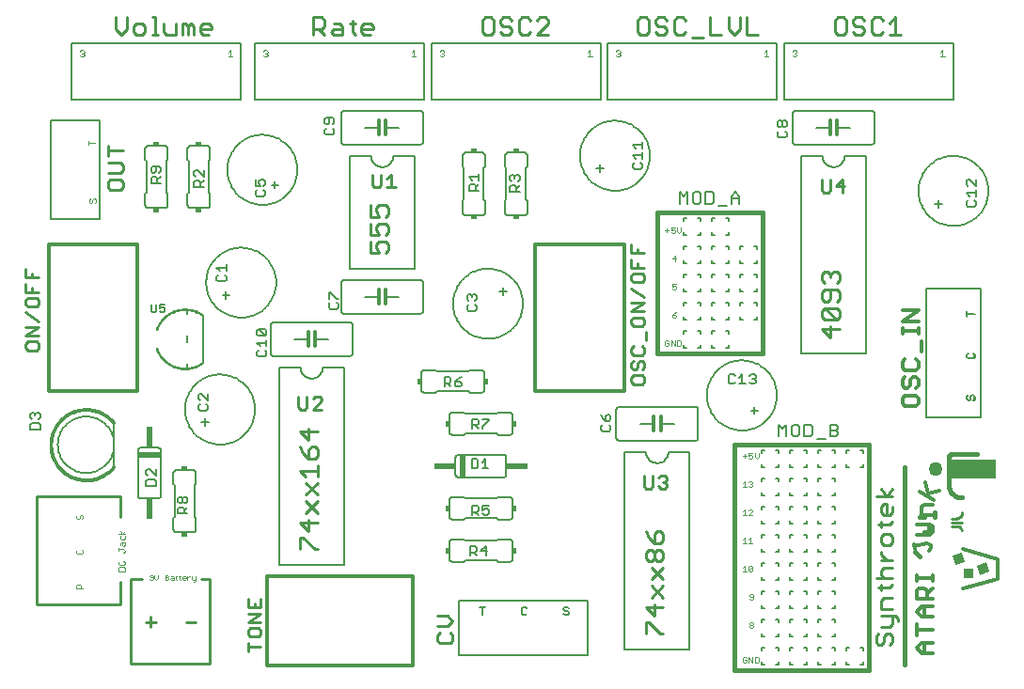
<source format=gto>
G75*
G70*
%OFA0B0*%
%FSLAX24Y24*%
%IPPOS*%
%LPD*%
%AMOC8*
5,1,8,0,0,1.08239X$1,22.5*
%
%ADD10C,0.0060*%
%ADD11C,0.0110*%
%ADD12C,0.0040*%
%ADD13C,0.0160*%
%ADD14C,0.0080*%
%ADD15C,0.0090*%
%ADD16C,0.0100*%
%ADD17C,0.0130*%
%ADD18C,0.0120*%
%ADD19C,0.0495*%
%ADD20R,0.1750X0.0700*%
%ADD21R,0.0350X0.0350*%
%ADD22R,0.0350X0.0350*%
%ADD23C,0.0050*%
%ADD24R,0.0200X0.0150*%
%ADD25C,0.0020*%
%ADD26R,0.0200X0.0800*%
%ADD27R,0.0750X0.0200*%
%ADD28R,0.0150X0.0200*%
%ADD29C,0.0010*%
%ADD30R,0.0800X0.0200*%
%ADD31R,0.0200X0.0750*%
%ADD32C,0.0030*%
D10*
X006002Y005950D02*
X006602Y005950D01*
X006619Y005952D01*
X006636Y005956D01*
X006652Y005963D01*
X006666Y005973D01*
X006679Y005986D01*
X006689Y006000D01*
X006696Y006016D01*
X006700Y006033D01*
X006702Y006050D01*
X006702Y006450D01*
X006652Y006500D01*
X006652Y007613D01*
X006702Y007663D01*
X006702Y008063D01*
X006700Y008080D01*
X006696Y008097D01*
X006689Y008113D01*
X006679Y008127D01*
X006666Y008140D01*
X006652Y008150D01*
X006636Y008157D01*
X006619Y008161D01*
X006602Y008163D01*
X006002Y008163D01*
X005985Y008161D01*
X005968Y008157D01*
X005952Y008150D01*
X005938Y008140D01*
X005925Y008127D01*
X005915Y008113D01*
X005908Y008097D01*
X005904Y008080D01*
X005902Y008063D01*
X005902Y007663D01*
X005952Y007613D01*
X005952Y006500D01*
X005902Y006450D01*
X005902Y006050D01*
X005904Y006033D01*
X005908Y006016D01*
X005915Y006000D01*
X005925Y005986D01*
X005938Y005973D01*
X005952Y005963D01*
X005968Y005956D01*
X005985Y005952D01*
X006002Y005950D01*
X006057Y006611D02*
X006057Y006781D01*
X006114Y006838D01*
X006227Y006838D01*
X006284Y006781D01*
X006284Y006611D01*
X006397Y006611D02*
X006057Y006611D01*
X006284Y006725D02*
X006397Y006838D01*
X006341Y006980D02*
X006284Y006980D01*
X006227Y007036D01*
X006227Y007150D01*
X006284Y007206D01*
X006341Y007206D01*
X006397Y007150D01*
X006397Y007036D01*
X006341Y006980D01*
X006227Y007036D02*
X006171Y006980D01*
X006114Y006980D01*
X006057Y007036D01*
X006057Y007150D01*
X006114Y007206D01*
X006171Y007206D01*
X006227Y007150D01*
X005452Y007256D02*
X005452Y008856D01*
X005450Y008873D01*
X005446Y008890D01*
X005439Y008906D01*
X005429Y008920D01*
X005416Y008933D01*
X005402Y008943D01*
X005386Y008950D01*
X005369Y008954D01*
X005352Y008956D01*
X004752Y008956D01*
X004735Y008954D01*
X004718Y008950D01*
X004702Y008943D01*
X004688Y008933D01*
X004675Y008920D01*
X004665Y008906D01*
X004658Y008890D01*
X004654Y008873D01*
X004652Y008856D01*
X004652Y007256D01*
X004654Y007239D01*
X004658Y007222D01*
X004665Y007206D01*
X004675Y007192D01*
X004688Y007179D01*
X004702Y007169D01*
X004718Y007162D01*
X004735Y007158D01*
X004752Y007156D01*
X005352Y007156D01*
X005369Y007158D01*
X005386Y007162D01*
X005402Y007169D01*
X005416Y007179D01*
X005429Y007192D01*
X005439Y007206D01*
X005446Y007222D01*
X005450Y007239D01*
X005452Y007256D01*
X005272Y007586D02*
X005272Y007756D01*
X005216Y007813D01*
X004989Y007813D01*
X004932Y007756D01*
X004932Y007586D01*
X005272Y007586D01*
X005272Y007955D02*
X005046Y008181D01*
X004989Y008181D01*
X004932Y008125D01*
X004932Y008011D01*
X004989Y007955D01*
X005272Y007955D02*
X005272Y008181D01*
X007012Y009726D02*
X007012Y009986D01*
X006892Y009856D02*
X007142Y009856D01*
X007066Y010275D02*
X007122Y010331D01*
X007122Y010445D01*
X007066Y010502D01*
X007122Y010643D02*
X006896Y010870D01*
X006839Y010870D01*
X006782Y010813D01*
X006782Y010700D01*
X006839Y010643D01*
X006839Y010502D02*
X006782Y010445D01*
X006782Y010331D01*
X006839Y010275D01*
X007066Y010275D01*
X007122Y010643D02*
X007122Y010870D01*
X006312Y010306D02*
X006314Y010376D01*
X006320Y010446D01*
X006330Y010516D01*
X006344Y010584D01*
X006361Y010652D01*
X006383Y010719D01*
X006408Y010785D01*
X006437Y010849D01*
X006469Y010911D01*
X006505Y010971D01*
X006545Y011029D01*
X006587Y011085D01*
X006633Y011138D01*
X006681Y011189D01*
X006733Y011237D01*
X006787Y011282D01*
X006843Y011323D01*
X006902Y011362D01*
X006963Y011397D01*
X007025Y011429D01*
X007090Y011457D01*
X007155Y011481D01*
X007223Y011501D01*
X007291Y011518D01*
X007360Y011531D01*
X007429Y011540D01*
X007499Y011545D01*
X007570Y011546D01*
X007640Y011543D01*
X007710Y011536D01*
X007779Y011525D01*
X007847Y011510D01*
X007915Y011492D01*
X007982Y011469D01*
X008047Y011443D01*
X008110Y011413D01*
X008172Y011380D01*
X008232Y011343D01*
X008289Y011303D01*
X008345Y011260D01*
X008397Y011213D01*
X008447Y011164D01*
X008494Y011112D01*
X008538Y011057D01*
X008579Y011000D01*
X008617Y010941D01*
X008651Y010880D01*
X008682Y010817D01*
X008709Y010752D01*
X008732Y010686D01*
X008752Y010618D01*
X008768Y010550D01*
X008780Y010481D01*
X008788Y010411D01*
X008792Y010341D01*
X008792Y010271D01*
X008788Y010201D01*
X008780Y010131D01*
X008768Y010062D01*
X008752Y009994D01*
X008732Y009926D01*
X008709Y009860D01*
X008682Y009795D01*
X008651Y009732D01*
X008617Y009671D01*
X008579Y009612D01*
X008538Y009555D01*
X008494Y009500D01*
X008447Y009448D01*
X008397Y009399D01*
X008345Y009352D01*
X008289Y009309D01*
X008232Y009269D01*
X008172Y009232D01*
X008110Y009199D01*
X008047Y009169D01*
X007982Y009143D01*
X007915Y009120D01*
X007847Y009102D01*
X007779Y009087D01*
X007710Y009076D01*
X007640Y009069D01*
X007570Y009066D01*
X007499Y009067D01*
X007429Y009072D01*
X007360Y009081D01*
X007291Y009094D01*
X007223Y009111D01*
X007155Y009131D01*
X007090Y009155D01*
X007025Y009183D01*
X006963Y009215D01*
X006902Y009250D01*
X006843Y009289D01*
X006787Y009330D01*
X006733Y009375D01*
X006681Y009423D01*
X006633Y009474D01*
X006587Y009527D01*
X006545Y009583D01*
X006505Y009641D01*
X006469Y009701D01*
X006437Y009763D01*
X006408Y009827D01*
X006383Y009893D01*
X006361Y009960D01*
X006344Y010028D01*
X006330Y010096D01*
X006320Y010166D01*
X006314Y010236D01*
X006312Y010306D01*
X006402Y011761D02*
X006402Y011919D01*
X006952Y011981D02*
X006952Y013631D01*
X006402Y013694D02*
X006402Y013852D01*
X006402Y012919D02*
X006402Y012694D01*
X007762Y014226D02*
X007762Y014486D01*
X007642Y014356D02*
X007892Y014356D01*
X007716Y014850D02*
X007772Y014906D01*
X007772Y015020D01*
X007716Y015077D01*
X007772Y015218D02*
X007772Y015445D01*
X007772Y015331D02*
X007432Y015331D01*
X007546Y015218D01*
X007489Y015077D02*
X007432Y015020D01*
X007432Y014906D01*
X007489Y014850D01*
X007716Y014850D01*
X007062Y014806D02*
X007064Y014876D01*
X007070Y014946D01*
X007080Y015016D01*
X007094Y015084D01*
X007111Y015152D01*
X007133Y015219D01*
X007158Y015285D01*
X007187Y015349D01*
X007219Y015411D01*
X007255Y015471D01*
X007295Y015529D01*
X007337Y015585D01*
X007383Y015638D01*
X007431Y015689D01*
X007483Y015737D01*
X007537Y015782D01*
X007593Y015823D01*
X007652Y015862D01*
X007713Y015897D01*
X007775Y015929D01*
X007840Y015957D01*
X007905Y015981D01*
X007973Y016001D01*
X008041Y016018D01*
X008110Y016031D01*
X008179Y016040D01*
X008249Y016045D01*
X008320Y016046D01*
X008390Y016043D01*
X008460Y016036D01*
X008529Y016025D01*
X008597Y016010D01*
X008665Y015992D01*
X008732Y015969D01*
X008797Y015943D01*
X008860Y015913D01*
X008922Y015880D01*
X008982Y015843D01*
X009039Y015803D01*
X009095Y015760D01*
X009147Y015713D01*
X009197Y015664D01*
X009244Y015612D01*
X009288Y015557D01*
X009329Y015500D01*
X009367Y015441D01*
X009401Y015380D01*
X009432Y015317D01*
X009459Y015252D01*
X009482Y015186D01*
X009502Y015118D01*
X009518Y015050D01*
X009530Y014981D01*
X009538Y014911D01*
X009542Y014841D01*
X009542Y014771D01*
X009538Y014701D01*
X009530Y014631D01*
X009518Y014562D01*
X009502Y014494D01*
X009482Y014426D01*
X009459Y014360D01*
X009432Y014295D01*
X009401Y014232D01*
X009367Y014171D01*
X009329Y014112D01*
X009288Y014055D01*
X009244Y014000D01*
X009197Y013948D01*
X009147Y013899D01*
X009095Y013852D01*
X009039Y013809D01*
X008982Y013769D01*
X008922Y013732D01*
X008860Y013699D01*
X008797Y013669D01*
X008732Y013643D01*
X008665Y013620D01*
X008597Y013602D01*
X008529Y013587D01*
X008460Y013576D01*
X008390Y013569D01*
X008320Y013566D01*
X008249Y013567D01*
X008179Y013572D01*
X008110Y013581D01*
X008041Y013594D01*
X007973Y013611D01*
X007905Y013631D01*
X007840Y013655D01*
X007775Y013683D01*
X007713Y013715D01*
X007652Y013750D01*
X007593Y013789D01*
X007537Y013830D01*
X007483Y013875D01*
X007431Y013923D01*
X007383Y013974D01*
X007337Y014027D01*
X007295Y014083D01*
X007255Y014141D01*
X007219Y014201D01*
X007187Y014263D01*
X007158Y014327D01*
X007133Y014393D01*
X007111Y014460D01*
X007094Y014528D01*
X007080Y014596D01*
X007070Y014666D01*
X007064Y014736D01*
X007062Y014806D01*
X008857Y013088D02*
X008914Y013145D01*
X009141Y012918D01*
X009197Y012975D01*
X009197Y013088D01*
X009141Y013145D01*
X008914Y013145D01*
X008857Y013088D02*
X008857Y012975D01*
X008914Y012918D01*
X009141Y012918D01*
X009197Y012777D02*
X009197Y012550D01*
X009197Y012663D02*
X008857Y012663D01*
X008971Y012550D01*
X008914Y012408D02*
X008857Y012351D01*
X008857Y012238D01*
X008914Y012181D01*
X009141Y012181D01*
X009197Y012238D01*
X009197Y012351D01*
X009141Y012408D01*
X009352Y012306D02*
X009352Y013306D01*
X009354Y013323D01*
X009358Y013340D01*
X009365Y013356D01*
X009375Y013370D01*
X009388Y013383D01*
X009402Y013393D01*
X009418Y013400D01*
X009435Y013404D01*
X009452Y013406D01*
X012152Y013406D01*
X012169Y013404D01*
X012186Y013400D01*
X012202Y013393D01*
X012216Y013383D01*
X012229Y013370D01*
X012239Y013356D01*
X012246Y013340D01*
X012250Y013323D01*
X012252Y013306D01*
X012252Y012306D01*
X012250Y012289D01*
X012246Y012272D01*
X012239Y012256D01*
X012229Y012242D01*
X012216Y012229D01*
X012202Y012219D01*
X012186Y012212D01*
X012169Y012208D01*
X012152Y012206D01*
X009452Y012206D01*
X009435Y012208D01*
X009418Y012212D01*
X009402Y012219D01*
X009388Y012229D01*
X009375Y012242D01*
X009365Y012256D01*
X009358Y012272D01*
X009354Y012289D01*
X009352Y012306D01*
X009652Y011806D02*
X010402Y011806D01*
X010404Y011767D01*
X010410Y011728D01*
X010419Y011690D01*
X010432Y011653D01*
X010449Y011617D01*
X010469Y011584D01*
X010493Y011552D01*
X010519Y011523D01*
X010548Y011497D01*
X010580Y011473D01*
X010613Y011453D01*
X010649Y011436D01*
X010686Y011423D01*
X010724Y011414D01*
X010763Y011408D01*
X010802Y011406D01*
X010841Y011408D01*
X010880Y011414D01*
X010918Y011423D01*
X010955Y011436D01*
X010991Y011453D01*
X011024Y011473D01*
X011056Y011497D01*
X011085Y011523D01*
X011111Y011552D01*
X011135Y011584D01*
X011155Y011617D01*
X011172Y011653D01*
X011185Y011690D01*
X011194Y011728D01*
X011200Y011767D01*
X011202Y011806D01*
X011952Y011806D01*
X011952Y004806D01*
X009652Y004806D01*
X009652Y011806D01*
X010202Y012806D02*
X010672Y012806D01*
X010922Y012806D02*
X011402Y012806D01*
X011952Y013706D02*
X014652Y013706D01*
X014669Y013708D01*
X014686Y013712D01*
X014702Y013719D01*
X014716Y013729D01*
X014729Y013742D01*
X014739Y013756D01*
X014746Y013772D01*
X014750Y013789D01*
X014752Y013806D01*
X014752Y014806D01*
X014750Y014823D01*
X014746Y014840D01*
X014739Y014856D01*
X014729Y014870D01*
X014716Y014883D01*
X014702Y014893D01*
X014686Y014900D01*
X014669Y014904D01*
X014652Y014906D01*
X011952Y014906D01*
X011935Y014904D01*
X011918Y014900D01*
X011902Y014893D01*
X011888Y014883D01*
X011875Y014870D01*
X011865Y014856D01*
X011858Y014840D01*
X011854Y014823D01*
X011852Y014806D01*
X011852Y013806D01*
X011854Y013789D01*
X011858Y013772D01*
X011865Y013756D01*
X011875Y013742D01*
X011888Y013729D01*
X011902Y013719D01*
X011918Y013712D01*
X011935Y013708D01*
X011952Y013706D01*
X011747Y013931D02*
X011747Y014045D01*
X011691Y014102D01*
X011691Y014243D02*
X011747Y014243D01*
X011691Y014243D02*
X011464Y014470D01*
X011407Y014470D01*
X011407Y014243D01*
X011464Y014102D02*
X011407Y014045D01*
X011407Y013931D01*
X011464Y013875D01*
X011691Y013875D01*
X011747Y013931D01*
X012702Y014306D02*
X013172Y014306D01*
X013422Y014306D02*
X013902Y014306D01*
X014452Y015306D02*
X012152Y015306D01*
X012152Y019306D01*
X012902Y019306D01*
X012904Y019267D01*
X012910Y019228D01*
X012919Y019190D01*
X012932Y019153D01*
X012949Y019117D01*
X012969Y019084D01*
X012993Y019052D01*
X013019Y019023D01*
X013048Y018997D01*
X013080Y018973D01*
X013113Y018953D01*
X013149Y018936D01*
X013186Y018923D01*
X013224Y018914D01*
X013263Y018908D01*
X013302Y018906D01*
X013341Y018908D01*
X013380Y018914D01*
X013418Y018923D01*
X013455Y018936D01*
X013491Y018953D01*
X013524Y018973D01*
X013556Y018997D01*
X013585Y019023D01*
X013611Y019052D01*
X013635Y019084D01*
X013655Y019117D01*
X013672Y019153D01*
X013685Y019190D01*
X013694Y019228D01*
X013700Y019267D01*
X013702Y019306D01*
X014452Y019306D01*
X014452Y015306D01*
X016307Y014338D02*
X016364Y014395D01*
X016421Y014395D01*
X016477Y014338D01*
X016534Y014395D01*
X016591Y014395D01*
X016647Y014338D01*
X016647Y014225D01*
X016591Y014168D01*
X016591Y014027D02*
X016647Y013970D01*
X016647Y013856D01*
X016591Y013800D01*
X016364Y013800D01*
X016307Y013856D01*
X016307Y013970D01*
X016364Y014027D01*
X016364Y014168D02*
X016307Y014225D01*
X016307Y014338D01*
X016477Y014338D02*
X016477Y014281D01*
X015812Y014056D02*
X015814Y014126D01*
X015820Y014196D01*
X015830Y014266D01*
X015844Y014334D01*
X015861Y014402D01*
X015883Y014469D01*
X015908Y014535D01*
X015937Y014599D01*
X015969Y014661D01*
X016005Y014721D01*
X016045Y014779D01*
X016087Y014835D01*
X016133Y014888D01*
X016181Y014939D01*
X016233Y014987D01*
X016287Y015032D01*
X016343Y015073D01*
X016402Y015112D01*
X016463Y015147D01*
X016525Y015179D01*
X016590Y015207D01*
X016655Y015231D01*
X016723Y015251D01*
X016791Y015268D01*
X016860Y015281D01*
X016929Y015290D01*
X016999Y015295D01*
X017070Y015296D01*
X017140Y015293D01*
X017210Y015286D01*
X017279Y015275D01*
X017347Y015260D01*
X017415Y015242D01*
X017482Y015219D01*
X017547Y015193D01*
X017610Y015163D01*
X017672Y015130D01*
X017732Y015093D01*
X017789Y015053D01*
X017845Y015010D01*
X017897Y014963D01*
X017947Y014914D01*
X017994Y014862D01*
X018038Y014807D01*
X018079Y014750D01*
X018117Y014691D01*
X018151Y014630D01*
X018182Y014567D01*
X018209Y014502D01*
X018232Y014436D01*
X018252Y014368D01*
X018268Y014300D01*
X018280Y014231D01*
X018288Y014161D01*
X018292Y014091D01*
X018292Y014021D01*
X018288Y013951D01*
X018280Y013881D01*
X018268Y013812D01*
X018252Y013744D01*
X018232Y013676D01*
X018209Y013610D01*
X018182Y013545D01*
X018151Y013482D01*
X018117Y013421D01*
X018079Y013362D01*
X018038Y013305D01*
X017994Y013250D01*
X017947Y013198D01*
X017897Y013149D01*
X017845Y013102D01*
X017789Y013059D01*
X017732Y013019D01*
X017672Y012982D01*
X017610Y012949D01*
X017547Y012919D01*
X017482Y012893D01*
X017415Y012870D01*
X017347Y012852D01*
X017279Y012837D01*
X017210Y012826D01*
X017140Y012819D01*
X017070Y012816D01*
X016999Y012817D01*
X016929Y012822D01*
X016860Y012831D01*
X016791Y012844D01*
X016723Y012861D01*
X016655Y012881D01*
X016590Y012905D01*
X016525Y012933D01*
X016463Y012965D01*
X016402Y013000D01*
X016343Y013039D01*
X016287Y013080D01*
X016233Y013125D01*
X016181Y013173D01*
X016133Y013224D01*
X016087Y013277D01*
X016045Y013333D01*
X016005Y013391D01*
X015969Y013451D01*
X015937Y013513D01*
X015908Y013577D01*
X015883Y013643D01*
X015861Y013710D01*
X015844Y013778D01*
X015830Y013846D01*
X015820Y013916D01*
X015814Y013986D01*
X015812Y014056D01*
X017462Y014506D02*
X017712Y014506D01*
X017592Y014376D02*
X017592Y014636D01*
X017752Y017200D02*
X018352Y017200D01*
X018369Y017202D01*
X018386Y017206D01*
X018402Y017213D01*
X018416Y017223D01*
X018429Y017236D01*
X018439Y017250D01*
X018446Y017266D01*
X018450Y017283D01*
X018452Y017300D01*
X018452Y017700D01*
X018402Y017750D01*
X018402Y018863D01*
X018452Y018913D01*
X018452Y019313D01*
X018450Y019330D01*
X018446Y019347D01*
X018439Y019363D01*
X018429Y019377D01*
X018416Y019390D01*
X018402Y019400D01*
X018386Y019407D01*
X018369Y019411D01*
X018352Y019413D01*
X017752Y019413D01*
X017735Y019411D01*
X017718Y019407D01*
X017702Y019400D01*
X017688Y019390D01*
X017675Y019377D01*
X017665Y019363D01*
X017658Y019347D01*
X017654Y019330D01*
X017652Y019313D01*
X017652Y018913D01*
X017702Y018863D01*
X017702Y017750D01*
X017652Y017700D01*
X017652Y017300D01*
X017654Y017283D01*
X017658Y017266D01*
X017665Y017250D01*
X017675Y017236D01*
X017688Y017223D01*
X017702Y017213D01*
X017718Y017206D01*
X017735Y017202D01*
X017752Y017200D01*
X016952Y017300D02*
X016952Y017700D01*
X016902Y017750D01*
X016902Y018863D01*
X016952Y018913D01*
X016952Y019313D01*
X016950Y019330D01*
X016946Y019347D01*
X016939Y019363D01*
X016929Y019377D01*
X016916Y019390D01*
X016902Y019400D01*
X016886Y019407D01*
X016869Y019411D01*
X016852Y019413D01*
X016252Y019413D01*
X016235Y019411D01*
X016218Y019407D01*
X016202Y019400D01*
X016188Y019390D01*
X016175Y019377D01*
X016165Y019363D01*
X016158Y019347D01*
X016154Y019330D01*
X016152Y019313D01*
X016152Y018913D01*
X016202Y018863D01*
X016202Y017750D01*
X016152Y017700D01*
X016152Y017300D01*
X016154Y017283D01*
X016158Y017266D01*
X016165Y017250D01*
X016175Y017236D01*
X016188Y017223D01*
X016202Y017213D01*
X016218Y017206D01*
X016235Y017202D01*
X016252Y017200D01*
X016852Y017200D01*
X016869Y017202D01*
X016886Y017206D01*
X016902Y017213D01*
X016916Y017223D01*
X016929Y017236D01*
X016939Y017250D01*
X016946Y017266D01*
X016950Y017283D01*
X016952Y017300D01*
X016722Y018075D02*
X016382Y018075D01*
X016382Y018245D01*
X016439Y018302D01*
X016552Y018302D01*
X016609Y018245D01*
X016609Y018075D01*
X016609Y018188D02*
X016722Y018302D01*
X016722Y018443D02*
X016722Y018670D01*
X016722Y018556D02*
X016382Y018556D01*
X016496Y018443D01*
X017832Y018450D02*
X017889Y018393D01*
X017832Y018450D02*
X017832Y018563D01*
X017889Y018620D01*
X017946Y018620D01*
X018002Y018563D01*
X018059Y018620D01*
X018116Y018620D01*
X018172Y018563D01*
X018172Y018450D01*
X018116Y018393D01*
X018172Y018252D02*
X018059Y018138D01*
X018059Y018195D02*
X018059Y018025D01*
X018172Y018025D02*
X017832Y018025D01*
X017832Y018195D01*
X017889Y018252D01*
X018002Y018252D01*
X018059Y018195D01*
X018002Y018506D02*
X018002Y018563D01*
X020892Y018856D02*
X021142Y018856D01*
X021012Y018986D02*
X021012Y018726D01*
X020312Y019306D02*
X020314Y019376D01*
X020320Y019446D01*
X020330Y019516D01*
X020344Y019584D01*
X020361Y019652D01*
X020383Y019719D01*
X020408Y019785D01*
X020437Y019849D01*
X020469Y019911D01*
X020505Y019971D01*
X020545Y020029D01*
X020587Y020085D01*
X020633Y020138D01*
X020681Y020189D01*
X020733Y020237D01*
X020787Y020282D01*
X020843Y020323D01*
X020902Y020362D01*
X020963Y020397D01*
X021025Y020429D01*
X021090Y020457D01*
X021155Y020481D01*
X021223Y020501D01*
X021291Y020518D01*
X021360Y020531D01*
X021429Y020540D01*
X021499Y020545D01*
X021570Y020546D01*
X021640Y020543D01*
X021710Y020536D01*
X021779Y020525D01*
X021847Y020510D01*
X021915Y020492D01*
X021982Y020469D01*
X022047Y020443D01*
X022110Y020413D01*
X022172Y020380D01*
X022232Y020343D01*
X022289Y020303D01*
X022345Y020260D01*
X022397Y020213D01*
X022447Y020164D01*
X022494Y020112D01*
X022538Y020057D01*
X022579Y020000D01*
X022617Y019941D01*
X022651Y019880D01*
X022682Y019817D01*
X022709Y019752D01*
X022732Y019686D01*
X022752Y019618D01*
X022768Y019550D01*
X022780Y019481D01*
X022788Y019411D01*
X022792Y019341D01*
X022792Y019271D01*
X022788Y019201D01*
X022780Y019131D01*
X022768Y019062D01*
X022752Y018994D01*
X022732Y018926D01*
X022709Y018860D01*
X022682Y018795D01*
X022651Y018732D01*
X022617Y018671D01*
X022579Y018612D01*
X022538Y018555D01*
X022494Y018500D01*
X022447Y018448D01*
X022397Y018399D01*
X022345Y018352D01*
X022289Y018309D01*
X022232Y018269D01*
X022172Y018232D01*
X022110Y018199D01*
X022047Y018169D01*
X021982Y018143D01*
X021915Y018120D01*
X021847Y018102D01*
X021779Y018087D01*
X021710Y018076D01*
X021640Y018069D01*
X021570Y018066D01*
X021499Y018067D01*
X021429Y018072D01*
X021360Y018081D01*
X021291Y018094D01*
X021223Y018111D01*
X021155Y018131D01*
X021090Y018155D01*
X021025Y018183D01*
X020963Y018215D01*
X020902Y018250D01*
X020843Y018289D01*
X020787Y018330D01*
X020733Y018375D01*
X020681Y018423D01*
X020633Y018474D01*
X020587Y018527D01*
X020545Y018583D01*
X020505Y018641D01*
X020469Y018701D01*
X020437Y018763D01*
X020408Y018827D01*
X020383Y018893D01*
X020361Y018960D01*
X020344Y019028D01*
X020330Y019096D01*
X020320Y019166D01*
X020314Y019236D01*
X020312Y019306D01*
X022182Y019318D02*
X022522Y019318D01*
X022522Y019205D02*
X022522Y019431D01*
X022522Y019573D02*
X022522Y019800D01*
X022522Y019686D02*
X022182Y019686D01*
X022296Y019573D01*
X022182Y019318D02*
X022296Y019205D01*
X022239Y019063D02*
X022182Y019006D01*
X022182Y018893D01*
X022239Y018836D01*
X022466Y018836D01*
X022522Y018893D01*
X022522Y019006D01*
X022466Y019063D01*
X024002Y017106D02*
X024002Y017006D01*
X024002Y017106D02*
X024102Y017106D01*
X024502Y017106D02*
X024602Y017106D01*
X024602Y017006D01*
X024602Y016606D02*
X024602Y016506D01*
X024502Y016506D01*
X024102Y016506D02*
X024002Y016506D01*
X024002Y016606D01*
X024002Y016106D02*
X024002Y016006D01*
X024002Y016106D02*
X024102Y016106D01*
X024502Y016106D02*
X024602Y016106D01*
X024602Y016006D01*
X024602Y015606D02*
X024602Y015506D01*
X024502Y015506D01*
X024102Y015506D02*
X024002Y015506D01*
X024002Y015606D01*
X024002Y015106D02*
X024002Y015006D01*
X024002Y015106D02*
X024102Y015106D01*
X024502Y015106D02*
X024602Y015106D01*
X024602Y015006D01*
X024602Y014606D02*
X024602Y014506D01*
X024502Y014506D01*
X024102Y014506D02*
X024002Y014506D01*
X024002Y014606D01*
X024002Y014106D02*
X024002Y014006D01*
X024002Y014106D02*
X024102Y014106D01*
X024502Y014106D02*
X024602Y014106D01*
X024602Y014006D01*
X024602Y013606D02*
X024602Y013506D01*
X024502Y013506D01*
X024102Y013506D02*
X024002Y013506D01*
X024002Y013606D01*
X024002Y013106D02*
X024002Y013006D01*
X024002Y013106D02*
X024102Y013106D01*
X024502Y013106D02*
X024602Y013106D01*
X024602Y013006D01*
X024602Y012606D02*
X024602Y012506D01*
X024502Y012506D01*
X024102Y012506D02*
X024002Y012506D01*
X024002Y012606D01*
X025002Y012606D02*
X025002Y012506D01*
X025102Y012506D01*
X025502Y012506D02*
X025602Y012506D01*
X025602Y012606D01*
X025602Y013006D02*
X025602Y013106D01*
X025502Y013106D01*
X025102Y013106D02*
X025002Y013106D01*
X025002Y013006D01*
X025002Y013506D02*
X025102Y013506D01*
X025002Y013506D02*
X025002Y013606D01*
X025502Y013506D02*
X025602Y013506D01*
X025602Y013606D01*
X026002Y013606D02*
X026002Y013506D01*
X026102Y013506D01*
X026502Y013506D02*
X026602Y013506D01*
X026602Y013606D01*
X026602Y014006D02*
X026602Y014106D01*
X026502Y014106D01*
X026102Y014106D02*
X026002Y014106D01*
X026002Y014006D01*
X025602Y014006D02*
X025602Y014106D01*
X025502Y014106D01*
X025102Y014106D02*
X025002Y014106D01*
X025002Y014006D01*
X025002Y014506D02*
X025102Y014506D01*
X025002Y014506D02*
X025002Y014606D01*
X025502Y014506D02*
X025602Y014506D01*
X025602Y014606D01*
X026002Y014606D02*
X026002Y014506D01*
X026102Y014506D01*
X026502Y014506D02*
X026602Y014506D01*
X026602Y014606D01*
X026602Y015006D02*
X026602Y015106D01*
X026502Y015106D01*
X026102Y015106D02*
X026002Y015106D01*
X026002Y015006D01*
X025602Y015006D02*
X025602Y015106D01*
X025502Y015106D01*
X025102Y015106D02*
X025002Y015106D01*
X025002Y015006D01*
X025002Y015506D02*
X025102Y015506D01*
X025002Y015506D02*
X025002Y015606D01*
X025502Y015506D02*
X025602Y015506D01*
X025602Y015606D01*
X026002Y015606D02*
X026002Y015506D01*
X026102Y015506D01*
X026502Y015506D02*
X026602Y015506D01*
X026602Y015606D01*
X026602Y016006D02*
X026602Y016106D01*
X026502Y016106D01*
X026102Y016106D02*
X026002Y016106D01*
X026002Y016006D01*
X025602Y016006D02*
X025602Y016106D01*
X025502Y016106D01*
X025102Y016106D02*
X025002Y016106D01*
X025002Y016006D01*
X025002Y016506D02*
X025102Y016506D01*
X025002Y016506D02*
X025002Y016606D01*
X025502Y016506D02*
X025602Y016506D01*
X025602Y016606D01*
X025602Y017006D02*
X025602Y017106D01*
X025502Y017106D01*
X025102Y017106D02*
X025002Y017106D01*
X025002Y017006D01*
X028152Y019306D02*
X028902Y019306D01*
X028904Y019267D01*
X028910Y019228D01*
X028919Y019190D01*
X028932Y019153D01*
X028949Y019117D01*
X028969Y019084D01*
X028993Y019052D01*
X029019Y019023D01*
X029048Y018997D01*
X029080Y018973D01*
X029113Y018953D01*
X029149Y018936D01*
X029186Y018923D01*
X029224Y018914D01*
X029263Y018908D01*
X029302Y018906D01*
X029341Y018908D01*
X029380Y018914D01*
X029418Y018923D01*
X029455Y018936D01*
X029491Y018953D01*
X029524Y018973D01*
X029556Y018997D01*
X029585Y019023D01*
X029611Y019052D01*
X029635Y019084D01*
X029655Y019117D01*
X029672Y019153D01*
X029685Y019190D01*
X029694Y019228D01*
X029700Y019267D01*
X029702Y019306D01*
X030452Y019306D01*
X030452Y012306D01*
X028152Y012306D01*
X028152Y019306D01*
X027952Y019706D02*
X030652Y019706D01*
X030669Y019708D01*
X030686Y019712D01*
X030702Y019719D01*
X030716Y019729D01*
X030729Y019742D01*
X030739Y019756D01*
X030746Y019772D01*
X030750Y019789D01*
X030752Y019806D01*
X030752Y020806D01*
X030750Y020823D01*
X030746Y020840D01*
X030739Y020856D01*
X030729Y020870D01*
X030716Y020883D01*
X030702Y020893D01*
X030686Y020900D01*
X030669Y020904D01*
X030652Y020906D01*
X027952Y020906D01*
X027935Y020904D01*
X027918Y020900D01*
X027902Y020893D01*
X027888Y020883D01*
X027875Y020870D01*
X027865Y020856D01*
X027858Y020840D01*
X027854Y020823D01*
X027852Y020806D01*
X027852Y019806D01*
X027854Y019789D01*
X027858Y019772D01*
X027865Y019756D01*
X027875Y019742D01*
X027888Y019729D01*
X027902Y019719D01*
X027918Y019712D01*
X027935Y019708D01*
X027952Y019706D01*
X027647Y020006D02*
X027647Y020120D01*
X027591Y020177D01*
X027591Y020318D02*
X027534Y020318D01*
X027477Y020375D01*
X027477Y020488D01*
X027534Y020545D01*
X027591Y020545D01*
X027647Y020488D01*
X027647Y020375D01*
X027591Y020318D01*
X027477Y020375D02*
X027421Y020318D01*
X027364Y020318D01*
X027307Y020375D01*
X027307Y020488D01*
X027364Y020545D01*
X027421Y020545D01*
X027477Y020488D01*
X027364Y020177D02*
X027307Y020120D01*
X027307Y020006D01*
X027364Y019950D01*
X027591Y019950D01*
X027647Y020006D01*
X028702Y020306D02*
X029172Y020306D01*
X029422Y020306D02*
X029902Y020306D01*
X033012Y017736D02*
X033012Y017476D01*
X032892Y017606D02*
X033142Y017606D01*
X032312Y018056D02*
X032314Y018126D01*
X032320Y018196D01*
X032330Y018266D01*
X032344Y018334D01*
X032361Y018402D01*
X032383Y018469D01*
X032408Y018535D01*
X032437Y018599D01*
X032469Y018661D01*
X032505Y018721D01*
X032545Y018779D01*
X032587Y018835D01*
X032633Y018888D01*
X032681Y018939D01*
X032733Y018987D01*
X032787Y019032D01*
X032843Y019073D01*
X032902Y019112D01*
X032963Y019147D01*
X033025Y019179D01*
X033090Y019207D01*
X033155Y019231D01*
X033223Y019251D01*
X033291Y019268D01*
X033360Y019281D01*
X033429Y019290D01*
X033499Y019295D01*
X033570Y019296D01*
X033640Y019293D01*
X033710Y019286D01*
X033779Y019275D01*
X033847Y019260D01*
X033915Y019242D01*
X033982Y019219D01*
X034047Y019193D01*
X034110Y019163D01*
X034172Y019130D01*
X034232Y019093D01*
X034289Y019053D01*
X034345Y019010D01*
X034397Y018963D01*
X034447Y018914D01*
X034494Y018862D01*
X034538Y018807D01*
X034579Y018750D01*
X034617Y018691D01*
X034651Y018630D01*
X034682Y018567D01*
X034709Y018502D01*
X034732Y018436D01*
X034752Y018368D01*
X034768Y018300D01*
X034780Y018231D01*
X034788Y018161D01*
X034792Y018091D01*
X034792Y018021D01*
X034788Y017951D01*
X034780Y017881D01*
X034768Y017812D01*
X034752Y017744D01*
X034732Y017676D01*
X034709Y017610D01*
X034682Y017545D01*
X034651Y017482D01*
X034617Y017421D01*
X034579Y017362D01*
X034538Y017305D01*
X034494Y017250D01*
X034447Y017198D01*
X034397Y017149D01*
X034345Y017102D01*
X034289Y017059D01*
X034232Y017019D01*
X034172Y016982D01*
X034110Y016949D01*
X034047Y016919D01*
X033982Y016893D01*
X033915Y016870D01*
X033847Y016852D01*
X033779Y016837D01*
X033710Y016826D01*
X033640Y016819D01*
X033570Y016816D01*
X033499Y016817D01*
X033429Y016822D01*
X033360Y016831D01*
X033291Y016844D01*
X033223Y016861D01*
X033155Y016881D01*
X033090Y016905D01*
X033025Y016933D01*
X032963Y016965D01*
X032902Y017000D01*
X032843Y017039D01*
X032787Y017080D01*
X032733Y017125D01*
X032681Y017173D01*
X032633Y017224D01*
X032587Y017277D01*
X032545Y017333D01*
X032505Y017391D01*
X032469Y017451D01*
X032437Y017513D01*
X032408Y017577D01*
X032383Y017643D01*
X032361Y017710D01*
X032344Y017778D01*
X032330Y017846D01*
X032320Y017916D01*
X032314Y017986D01*
X032312Y018056D01*
X034007Y017988D02*
X034121Y017875D01*
X034064Y017733D02*
X034007Y017676D01*
X034007Y017563D01*
X034064Y017506D01*
X034291Y017506D01*
X034347Y017563D01*
X034347Y017676D01*
X034291Y017733D01*
X034347Y017875D02*
X034347Y018102D01*
X034347Y017988D02*
X034007Y017988D01*
X034064Y018243D02*
X034007Y018300D01*
X034007Y018413D01*
X034064Y018470D01*
X034121Y018470D01*
X034347Y018243D01*
X034347Y018470D01*
X026541Y011495D02*
X026541Y011438D01*
X026484Y011381D01*
X026541Y011325D01*
X026541Y011268D01*
X026484Y011211D01*
X026371Y011211D01*
X026314Y011268D01*
X026173Y011211D02*
X025946Y011211D01*
X026059Y011211D02*
X026059Y011552D01*
X025946Y011438D01*
X025804Y011495D02*
X025748Y011552D01*
X025634Y011552D01*
X025577Y011495D01*
X025577Y011268D01*
X025634Y011211D01*
X025748Y011211D01*
X025804Y011268D01*
X026314Y011495D02*
X026371Y011552D01*
X026484Y011552D01*
X026541Y011495D01*
X026484Y011381D02*
X026427Y011381D01*
X024812Y010806D02*
X024814Y010876D01*
X024820Y010946D01*
X024830Y011016D01*
X024844Y011084D01*
X024861Y011152D01*
X024883Y011219D01*
X024908Y011285D01*
X024937Y011349D01*
X024969Y011411D01*
X025005Y011471D01*
X025045Y011529D01*
X025087Y011585D01*
X025133Y011638D01*
X025181Y011689D01*
X025233Y011737D01*
X025287Y011782D01*
X025343Y011823D01*
X025402Y011862D01*
X025463Y011897D01*
X025525Y011929D01*
X025590Y011957D01*
X025655Y011981D01*
X025723Y012001D01*
X025791Y012018D01*
X025860Y012031D01*
X025929Y012040D01*
X025999Y012045D01*
X026070Y012046D01*
X026140Y012043D01*
X026210Y012036D01*
X026279Y012025D01*
X026347Y012010D01*
X026415Y011992D01*
X026482Y011969D01*
X026547Y011943D01*
X026610Y011913D01*
X026672Y011880D01*
X026732Y011843D01*
X026789Y011803D01*
X026845Y011760D01*
X026897Y011713D01*
X026947Y011664D01*
X026994Y011612D01*
X027038Y011557D01*
X027079Y011500D01*
X027117Y011441D01*
X027151Y011380D01*
X027182Y011317D01*
X027209Y011252D01*
X027232Y011186D01*
X027252Y011118D01*
X027268Y011050D01*
X027280Y010981D01*
X027288Y010911D01*
X027292Y010841D01*
X027292Y010771D01*
X027288Y010701D01*
X027280Y010631D01*
X027268Y010562D01*
X027252Y010494D01*
X027232Y010426D01*
X027209Y010360D01*
X027182Y010295D01*
X027151Y010232D01*
X027117Y010171D01*
X027079Y010112D01*
X027038Y010055D01*
X026994Y010000D01*
X026947Y009948D01*
X026897Y009899D01*
X026845Y009852D01*
X026789Y009809D01*
X026732Y009769D01*
X026672Y009732D01*
X026610Y009699D01*
X026547Y009669D01*
X026482Y009643D01*
X026415Y009620D01*
X026347Y009602D01*
X026279Y009587D01*
X026210Y009576D01*
X026140Y009569D01*
X026070Y009566D01*
X025999Y009567D01*
X025929Y009572D01*
X025860Y009581D01*
X025791Y009594D01*
X025723Y009611D01*
X025655Y009631D01*
X025590Y009655D01*
X025525Y009683D01*
X025463Y009715D01*
X025402Y009750D01*
X025343Y009789D01*
X025287Y009830D01*
X025233Y009875D01*
X025181Y009923D01*
X025133Y009974D01*
X025087Y010027D01*
X025045Y010083D01*
X025005Y010141D01*
X024969Y010201D01*
X024937Y010263D01*
X024908Y010327D01*
X024883Y010393D01*
X024861Y010460D01*
X024844Y010528D01*
X024830Y010596D01*
X024820Y010666D01*
X024814Y010736D01*
X024812Y010806D01*
X024402Y010406D02*
X021702Y010406D01*
X021685Y010404D01*
X021668Y010400D01*
X021652Y010393D01*
X021638Y010383D01*
X021625Y010370D01*
X021615Y010356D01*
X021608Y010340D01*
X021604Y010323D01*
X021602Y010306D01*
X021602Y009306D01*
X021604Y009289D01*
X021608Y009272D01*
X021615Y009256D01*
X021625Y009242D01*
X021638Y009229D01*
X021652Y009219D01*
X021668Y009212D01*
X021685Y009208D01*
X021702Y009206D01*
X024402Y009206D01*
X024419Y009208D01*
X024436Y009212D01*
X024452Y009219D01*
X024466Y009229D01*
X024479Y009242D01*
X024489Y009256D01*
X024496Y009272D01*
X024500Y009289D01*
X024502Y009306D01*
X024502Y010306D01*
X024500Y010323D01*
X024496Y010340D01*
X024489Y010356D01*
X024479Y010370D01*
X024466Y010383D01*
X024452Y010393D01*
X024436Y010400D01*
X024419Y010404D01*
X024402Y010406D01*
X023652Y009806D02*
X023172Y009806D01*
X022922Y009806D02*
X022452Y009806D01*
X021397Y009695D02*
X021341Y009752D01*
X021397Y009695D02*
X021397Y009581D01*
X021341Y009525D01*
X021114Y009525D01*
X021057Y009581D01*
X021057Y009695D01*
X021114Y009752D01*
X021227Y009893D02*
X021227Y010063D01*
X021284Y010120D01*
X021341Y010120D01*
X021397Y010063D01*
X021397Y009950D01*
X021341Y009893D01*
X021227Y009893D01*
X021114Y010006D01*
X021057Y010120D01*
X021902Y008806D02*
X022652Y008806D01*
X022654Y008767D01*
X022660Y008728D01*
X022669Y008690D01*
X022682Y008653D01*
X022699Y008617D01*
X022719Y008584D01*
X022743Y008552D01*
X022769Y008523D01*
X022798Y008497D01*
X022830Y008473D01*
X022863Y008453D01*
X022899Y008436D01*
X022936Y008423D01*
X022974Y008414D01*
X023013Y008408D01*
X023052Y008406D01*
X023091Y008408D01*
X023130Y008414D01*
X023168Y008423D01*
X023205Y008436D01*
X023241Y008453D01*
X023274Y008473D01*
X023306Y008497D01*
X023335Y008523D01*
X023361Y008552D01*
X023385Y008584D01*
X023405Y008617D01*
X023422Y008653D01*
X023435Y008690D01*
X023444Y008728D01*
X023450Y008767D01*
X023452Y008806D01*
X024202Y008806D01*
X024202Y001806D01*
X021902Y001806D01*
X021902Y008806D01*
X017909Y009506D02*
X017909Y010106D01*
X017907Y010123D01*
X017903Y010140D01*
X017896Y010156D01*
X017886Y010170D01*
X017873Y010183D01*
X017859Y010193D01*
X017843Y010200D01*
X017826Y010204D01*
X017809Y010206D01*
X017409Y010206D01*
X017359Y010156D01*
X016246Y010156D01*
X016196Y010206D01*
X015796Y010206D01*
X015779Y010204D01*
X015762Y010200D01*
X015746Y010193D01*
X015732Y010183D01*
X015719Y010170D01*
X015709Y010156D01*
X015702Y010140D01*
X015698Y010123D01*
X015696Y010106D01*
X015696Y009506D01*
X015698Y009489D01*
X015702Y009472D01*
X015709Y009456D01*
X015719Y009442D01*
X015732Y009429D01*
X015746Y009419D01*
X015762Y009412D01*
X015779Y009408D01*
X015796Y009406D01*
X016196Y009406D01*
X016246Y009456D01*
X017359Y009456D01*
X017409Y009406D01*
X017809Y009406D01*
X017826Y009408D01*
X017843Y009412D01*
X017859Y009419D01*
X017873Y009429D01*
X017886Y009442D01*
X017896Y009456D01*
X017903Y009472D01*
X017907Y009489D01*
X017909Y009506D01*
X017078Y009920D02*
X016851Y009693D01*
X016851Y009636D01*
X016709Y009636D02*
X016596Y009750D01*
X016652Y009750D02*
X016482Y009750D01*
X016482Y009636D02*
X016482Y009977D01*
X016652Y009977D01*
X016709Y009920D01*
X016709Y009806D01*
X016652Y009750D01*
X016851Y009977D02*
X017078Y009977D01*
X017078Y009920D01*
X016809Y010906D02*
X016409Y010906D01*
X016359Y010956D01*
X015246Y010956D01*
X015196Y010906D01*
X014796Y010906D01*
X014779Y010908D01*
X014762Y010912D01*
X014746Y010919D01*
X014732Y010929D01*
X014719Y010942D01*
X014709Y010956D01*
X014702Y010972D01*
X014698Y010989D01*
X014696Y011006D01*
X014696Y011606D01*
X014698Y011623D01*
X014702Y011640D01*
X014709Y011656D01*
X014719Y011670D01*
X014732Y011683D01*
X014746Y011693D01*
X014762Y011700D01*
X014779Y011704D01*
X014796Y011706D01*
X015196Y011706D01*
X015246Y011656D01*
X016359Y011656D01*
X016409Y011706D01*
X016809Y011706D01*
X016826Y011704D01*
X016843Y011700D01*
X016859Y011693D01*
X016873Y011683D01*
X016886Y011670D01*
X016896Y011656D01*
X016903Y011640D01*
X016907Y011623D01*
X016909Y011606D01*
X016909Y011006D01*
X016907Y010989D01*
X016903Y010972D01*
X016896Y010956D01*
X016886Y010942D01*
X016873Y010929D01*
X016859Y010919D01*
X016843Y010912D01*
X016826Y010908D01*
X016809Y010906D01*
X016103Y011168D02*
X016103Y011225D01*
X016046Y011281D01*
X015876Y011281D01*
X015876Y011168D01*
X015932Y011111D01*
X016046Y011111D01*
X016103Y011168D01*
X015876Y011281D02*
X015989Y011395D01*
X016103Y011452D01*
X015734Y011395D02*
X015734Y011281D01*
X015677Y011225D01*
X015507Y011225D01*
X015507Y011111D02*
X015507Y011452D01*
X015677Y011452D01*
X015734Y011395D01*
X015621Y011225D02*
X015734Y011111D01*
X016002Y008706D02*
X017602Y008706D01*
X017619Y008704D01*
X017636Y008700D01*
X017652Y008693D01*
X017666Y008683D01*
X017679Y008670D01*
X017689Y008656D01*
X017696Y008640D01*
X017700Y008623D01*
X017702Y008606D01*
X017702Y008006D01*
X017700Y007989D01*
X017696Y007972D01*
X017689Y007956D01*
X017679Y007942D01*
X017666Y007929D01*
X017652Y007919D01*
X017636Y007912D01*
X017619Y007908D01*
X017602Y007906D01*
X016002Y007906D01*
X015985Y007908D01*
X015968Y007912D01*
X015952Y007919D01*
X015938Y007929D01*
X015925Y007942D01*
X015915Y007956D01*
X015908Y007972D01*
X015904Y007989D01*
X015902Y008006D01*
X015902Y008606D01*
X015904Y008623D01*
X015908Y008640D01*
X015915Y008656D01*
X015925Y008670D01*
X015938Y008683D01*
X015952Y008693D01*
X015968Y008700D01*
X015985Y008704D01*
X016002Y008706D01*
X016471Y008552D02*
X016471Y008211D01*
X016641Y008211D01*
X016698Y008268D01*
X016698Y008495D01*
X016641Y008552D01*
X016471Y008552D01*
X016839Y008438D02*
X016952Y008552D01*
X016952Y008211D01*
X016839Y008211D02*
X017066Y008211D01*
X017409Y007206D02*
X017809Y007206D01*
X017826Y007204D01*
X017843Y007200D01*
X017859Y007193D01*
X017873Y007183D01*
X017886Y007170D01*
X017896Y007156D01*
X017903Y007140D01*
X017907Y007123D01*
X017909Y007106D01*
X017909Y006506D01*
X017907Y006489D01*
X017903Y006472D01*
X017896Y006456D01*
X017886Y006442D01*
X017873Y006429D01*
X017859Y006419D01*
X017843Y006412D01*
X017826Y006408D01*
X017809Y006406D01*
X017409Y006406D01*
X017359Y006456D01*
X016246Y006456D01*
X016196Y006406D01*
X015796Y006406D01*
X015779Y006408D01*
X015762Y006412D01*
X015746Y006419D01*
X015732Y006429D01*
X015719Y006442D01*
X015709Y006456D01*
X015702Y006472D01*
X015698Y006489D01*
X015696Y006506D01*
X015696Y007106D01*
X015698Y007123D01*
X015702Y007140D01*
X015709Y007156D01*
X015719Y007170D01*
X015732Y007183D01*
X015746Y007193D01*
X015762Y007200D01*
X015779Y007204D01*
X015796Y007206D01*
X016196Y007206D01*
X016246Y007156D01*
X017359Y007156D01*
X017409Y007206D01*
X017078Y006902D02*
X016851Y006902D01*
X016851Y006731D01*
X016964Y006788D01*
X017021Y006788D01*
X017078Y006731D01*
X017078Y006618D01*
X017021Y006561D01*
X016907Y006561D01*
X016851Y006618D01*
X016709Y006561D02*
X016596Y006675D01*
X016652Y006675D02*
X016482Y006675D01*
X016482Y006561D02*
X016482Y006902D01*
X016652Y006902D01*
X016709Y006845D01*
X016709Y006731D01*
X016652Y006675D01*
X016196Y005706D02*
X015796Y005706D01*
X015779Y005704D01*
X015762Y005700D01*
X015746Y005693D01*
X015732Y005683D01*
X015719Y005670D01*
X015709Y005656D01*
X015702Y005640D01*
X015698Y005623D01*
X015696Y005606D01*
X015696Y005006D01*
X015698Y004989D01*
X015702Y004972D01*
X015709Y004956D01*
X015719Y004942D01*
X015732Y004929D01*
X015746Y004919D01*
X015762Y004912D01*
X015779Y004908D01*
X015796Y004906D01*
X016196Y004906D01*
X016246Y004956D01*
X017359Y004956D01*
X017409Y004906D01*
X017809Y004906D01*
X017826Y004908D01*
X017843Y004912D01*
X017859Y004919D01*
X017873Y004929D01*
X017886Y004942D01*
X017896Y004956D01*
X017903Y004972D01*
X017907Y004989D01*
X017909Y005006D01*
X017909Y005606D01*
X017907Y005623D01*
X017903Y005640D01*
X017896Y005656D01*
X017886Y005670D01*
X017873Y005683D01*
X017859Y005693D01*
X017843Y005700D01*
X017826Y005704D01*
X017809Y005706D01*
X017409Y005706D01*
X017359Y005656D01*
X016246Y005656D01*
X016196Y005706D01*
X016432Y005467D02*
X016602Y005467D01*
X016659Y005410D01*
X016659Y005296D01*
X016602Y005240D01*
X016432Y005240D01*
X016432Y005126D02*
X016432Y005467D01*
X016546Y005240D02*
X016659Y005126D01*
X016801Y005296D02*
X017028Y005296D01*
X016971Y005126D02*
X016971Y005467D01*
X016801Y005296D01*
X026372Y010266D02*
X026632Y010266D01*
X026502Y010146D02*
X026502Y010396D01*
X026752Y008856D02*
X026752Y008756D01*
X026752Y008856D02*
X026852Y008856D01*
X027252Y008856D02*
X027352Y008856D01*
X027352Y008756D01*
X027752Y008756D02*
X027752Y008856D01*
X027852Y008856D01*
X028252Y008856D02*
X028352Y008856D01*
X028352Y008756D01*
X028752Y008756D02*
X028752Y008856D01*
X028852Y008856D01*
X029252Y008856D02*
X029352Y008856D01*
X029352Y008756D01*
X029752Y008756D02*
X029752Y008856D01*
X029852Y008856D01*
X030252Y008856D02*
X030352Y008856D01*
X030352Y008756D01*
X030352Y008356D02*
X030352Y008256D01*
X030252Y008256D01*
X029852Y008256D02*
X029752Y008256D01*
X029752Y008356D01*
X029352Y008356D02*
X029352Y008256D01*
X029252Y008256D01*
X028852Y008256D02*
X028752Y008256D01*
X028752Y008356D01*
X028352Y008356D02*
X028352Y008256D01*
X028252Y008256D01*
X027852Y008256D02*
X027752Y008256D01*
X027752Y008356D01*
X027352Y008356D02*
X027352Y008256D01*
X027252Y008256D01*
X026852Y008256D02*
X026752Y008256D01*
X026752Y008356D01*
X026752Y007856D02*
X026752Y007756D01*
X026752Y007856D02*
X026852Y007856D01*
X027252Y007856D02*
X027352Y007856D01*
X027352Y007756D01*
X027752Y007756D02*
X027752Y007856D01*
X027852Y007856D01*
X028252Y007856D02*
X028352Y007856D01*
X028352Y007756D01*
X028752Y007756D02*
X028752Y007856D01*
X028852Y007856D01*
X029252Y007856D02*
X029352Y007856D01*
X029352Y007756D01*
X029352Y007356D02*
X029352Y007256D01*
X029252Y007256D01*
X028852Y007256D02*
X028752Y007256D01*
X028752Y007356D01*
X028352Y007356D02*
X028352Y007256D01*
X028252Y007256D01*
X027852Y007256D02*
X027752Y007256D01*
X027752Y007356D01*
X027352Y007356D02*
X027352Y007256D01*
X027252Y007256D01*
X026852Y007256D02*
X026752Y007256D01*
X026752Y007356D01*
X026752Y006856D02*
X026752Y006756D01*
X026752Y006856D02*
X026852Y006856D01*
X027252Y006856D02*
X027352Y006856D01*
X027352Y006756D01*
X027752Y006756D02*
X027752Y006856D01*
X027852Y006856D01*
X028252Y006856D02*
X028352Y006856D01*
X028352Y006756D01*
X028752Y006756D02*
X028752Y006856D01*
X028852Y006856D01*
X029252Y006856D02*
X029352Y006856D01*
X029352Y006756D01*
X029352Y006356D02*
X029352Y006256D01*
X029252Y006256D01*
X028852Y006256D02*
X028752Y006256D01*
X028752Y006356D01*
X028352Y006356D02*
X028352Y006256D01*
X028252Y006256D01*
X027852Y006256D02*
X027752Y006256D01*
X027752Y006356D01*
X027352Y006356D02*
X027352Y006256D01*
X027252Y006256D01*
X026852Y006256D02*
X026752Y006256D01*
X026752Y006356D01*
X026752Y005856D02*
X026752Y005756D01*
X026752Y005856D02*
X026852Y005856D01*
X027252Y005856D02*
X027352Y005856D01*
X027352Y005756D01*
X027752Y005756D02*
X027752Y005856D01*
X027852Y005856D01*
X028252Y005856D02*
X028352Y005856D01*
X028352Y005756D01*
X028752Y005756D02*
X028752Y005856D01*
X028852Y005856D01*
X029252Y005856D02*
X029352Y005856D01*
X029352Y005756D01*
X029352Y005356D02*
X029352Y005256D01*
X029252Y005256D01*
X028852Y005256D02*
X028752Y005256D01*
X028752Y005356D01*
X028352Y005356D02*
X028352Y005256D01*
X028252Y005256D01*
X027852Y005256D02*
X027752Y005256D01*
X027752Y005356D01*
X027352Y005356D02*
X027352Y005256D01*
X027252Y005256D01*
X026852Y005256D02*
X026752Y005256D01*
X026752Y005356D01*
X026752Y004856D02*
X026752Y004756D01*
X026752Y004856D02*
X026852Y004856D01*
X027252Y004856D02*
X027352Y004856D01*
X027352Y004756D01*
X027752Y004756D02*
X027752Y004856D01*
X027852Y004856D01*
X028252Y004856D02*
X028352Y004856D01*
X028352Y004756D01*
X028752Y004756D02*
X028752Y004856D01*
X028852Y004856D01*
X029252Y004856D02*
X029352Y004856D01*
X029352Y004756D01*
X029352Y004356D02*
X029352Y004256D01*
X029252Y004256D01*
X028852Y004256D02*
X028752Y004256D01*
X028752Y004356D01*
X028352Y004356D02*
X028352Y004256D01*
X028252Y004256D01*
X027852Y004256D02*
X027752Y004256D01*
X027752Y004356D01*
X027352Y004356D02*
X027352Y004256D01*
X027252Y004256D01*
X026852Y004256D02*
X026752Y004256D01*
X026752Y004356D01*
X026752Y003856D02*
X026752Y003756D01*
X026752Y003856D02*
X026852Y003856D01*
X027252Y003856D02*
X027352Y003856D01*
X027352Y003756D01*
X027752Y003756D02*
X027752Y003856D01*
X027852Y003856D01*
X028252Y003856D02*
X028352Y003856D01*
X028352Y003756D01*
X028752Y003756D02*
X028752Y003856D01*
X028852Y003856D01*
X029252Y003856D02*
X029352Y003856D01*
X029352Y003756D01*
X029352Y003356D02*
X029352Y003256D01*
X029252Y003256D01*
X028852Y003256D02*
X028752Y003256D01*
X028752Y003356D01*
X028352Y003356D02*
X028352Y003256D01*
X028252Y003256D01*
X027852Y003256D02*
X027752Y003256D01*
X027752Y003356D01*
X027352Y003356D02*
X027352Y003256D01*
X027252Y003256D01*
X026852Y003256D02*
X026752Y003256D01*
X026752Y003356D01*
X026752Y002856D02*
X026752Y002756D01*
X026752Y002856D02*
X026852Y002856D01*
X027252Y002856D02*
X027352Y002856D01*
X027352Y002756D01*
X027752Y002756D02*
X027752Y002856D01*
X027852Y002856D01*
X028252Y002856D02*
X028352Y002856D01*
X028352Y002756D01*
X028752Y002756D02*
X028752Y002856D01*
X028852Y002856D01*
X029252Y002856D02*
X029352Y002856D01*
X029352Y002756D01*
X029352Y002356D02*
X029352Y002256D01*
X029252Y002256D01*
X028852Y002256D02*
X028752Y002256D01*
X028752Y002356D01*
X028352Y002356D02*
X028352Y002256D01*
X028252Y002256D01*
X027852Y002256D02*
X027752Y002256D01*
X027752Y002356D01*
X027352Y002356D02*
X027352Y002256D01*
X027252Y002256D01*
X026852Y002256D02*
X026752Y002256D01*
X026752Y002356D01*
X026752Y001856D02*
X026752Y001756D01*
X026752Y001856D02*
X026852Y001856D01*
X027252Y001856D02*
X027352Y001856D01*
X027352Y001756D01*
X027752Y001756D02*
X027752Y001856D01*
X027852Y001856D01*
X028252Y001856D02*
X028352Y001856D01*
X028352Y001756D01*
X028752Y001756D02*
X028752Y001856D01*
X028852Y001856D01*
X029252Y001856D02*
X029352Y001856D01*
X029352Y001756D01*
X029752Y001756D02*
X029752Y001856D01*
X029852Y001856D01*
X030252Y001856D02*
X030352Y001856D01*
X030352Y001756D01*
X030352Y001356D02*
X030352Y001256D01*
X030252Y001256D01*
X029852Y001256D02*
X029752Y001256D01*
X029752Y001356D01*
X029352Y001356D02*
X029352Y001256D01*
X029252Y001256D01*
X028852Y001256D02*
X028752Y001256D01*
X028752Y001356D01*
X028352Y001356D02*
X028352Y001256D01*
X028252Y001256D01*
X027852Y001256D02*
X027752Y001256D01*
X027752Y001356D01*
X027352Y001356D02*
X027352Y001256D01*
X027252Y001256D01*
X026852Y001256D02*
X026752Y001256D01*
X026752Y001356D01*
X007202Y017550D02*
X007202Y017950D01*
X007152Y018000D01*
X007152Y019113D01*
X007202Y019163D01*
X007202Y019563D01*
X007200Y019580D01*
X007196Y019597D01*
X007189Y019613D01*
X007179Y019627D01*
X007166Y019640D01*
X007152Y019650D01*
X007136Y019657D01*
X007119Y019661D01*
X007102Y019663D01*
X006502Y019663D01*
X006485Y019661D01*
X006468Y019657D01*
X006452Y019650D01*
X006438Y019640D01*
X006425Y019627D01*
X006415Y019613D01*
X006408Y019597D01*
X006404Y019580D01*
X006402Y019563D01*
X006402Y019163D01*
X006452Y019113D01*
X006452Y018000D01*
X006402Y017950D01*
X006402Y017550D01*
X006404Y017533D01*
X006408Y017516D01*
X006415Y017500D01*
X006425Y017486D01*
X006438Y017473D01*
X006452Y017463D01*
X006468Y017456D01*
X006485Y017452D01*
X006502Y017450D01*
X007102Y017450D01*
X007119Y017452D01*
X007136Y017456D01*
X007152Y017463D01*
X007166Y017473D01*
X007179Y017486D01*
X007189Y017500D01*
X007196Y017516D01*
X007200Y017533D01*
X007202Y017550D01*
X006972Y018200D02*
X006632Y018200D01*
X006632Y018370D01*
X006689Y018427D01*
X006802Y018427D01*
X006859Y018370D01*
X006859Y018200D01*
X006859Y018313D02*
X006972Y018427D01*
X006972Y018568D02*
X006746Y018795D01*
X006689Y018795D01*
X006632Y018738D01*
X006632Y018625D01*
X006689Y018568D01*
X006972Y018568D02*
X006972Y018795D01*
X005702Y019163D02*
X005652Y019113D01*
X005652Y018000D01*
X005702Y017950D01*
X005702Y017550D01*
X005700Y017533D01*
X005696Y017516D01*
X005689Y017500D01*
X005679Y017486D01*
X005666Y017473D01*
X005652Y017463D01*
X005636Y017456D01*
X005619Y017452D01*
X005602Y017450D01*
X005002Y017450D01*
X004985Y017452D01*
X004968Y017456D01*
X004952Y017463D01*
X004938Y017473D01*
X004925Y017486D01*
X004915Y017500D01*
X004908Y017516D01*
X004904Y017533D01*
X004902Y017550D01*
X004902Y017950D01*
X004952Y018000D01*
X004952Y019113D01*
X004902Y019163D01*
X004902Y019563D01*
X004904Y019580D01*
X004908Y019597D01*
X004915Y019613D01*
X004925Y019627D01*
X004938Y019640D01*
X004952Y019650D01*
X004968Y019657D01*
X004985Y019661D01*
X005002Y019663D01*
X005602Y019663D01*
X005619Y019661D01*
X005636Y019657D01*
X005652Y019650D01*
X005666Y019640D01*
X005679Y019627D01*
X005689Y019613D01*
X005696Y019597D01*
X005700Y019580D01*
X005702Y019563D01*
X005702Y019163D01*
X005447Y018875D02*
X005391Y018931D01*
X005164Y018931D01*
X005107Y018875D01*
X005107Y018761D01*
X005164Y018705D01*
X005221Y018705D01*
X005277Y018761D01*
X005277Y018931D01*
X005447Y018875D02*
X005447Y018761D01*
X005391Y018705D01*
X005447Y018563D02*
X005334Y018450D01*
X005334Y018506D02*
X005334Y018336D01*
X005447Y018336D02*
X005107Y018336D01*
X005107Y018506D01*
X005164Y018563D01*
X005277Y018563D01*
X005334Y018506D01*
X008807Y018456D02*
X008807Y018230D01*
X008977Y018230D01*
X008921Y018343D01*
X008921Y018400D01*
X008977Y018456D01*
X009091Y018456D01*
X009147Y018400D01*
X009147Y018286D01*
X009091Y018230D01*
X009091Y018088D02*
X009147Y018031D01*
X009147Y017918D01*
X009091Y017861D01*
X008864Y017861D01*
X008807Y017918D01*
X008807Y018031D01*
X008864Y018088D01*
X009372Y018266D02*
X009632Y018266D01*
X009502Y018146D02*
X009502Y018396D01*
X007812Y018806D02*
X007814Y018876D01*
X007820Y018946D01*
X007830Y019016D01*
X007844Y019084D01*
X007861Y019152D01*
X007883Y019219D01*
X007908Y019285D01*
X007937Y019349D01*
X007969Y019411D01*
X008005Y019471D01*
X008045Y019529D01*
X008087Y019585D01*
X008133Y019638D01*
X008181Y019689D01*
X008233Y019737D01*
X008287Y019782D01*
X008343Y019823D01*
X008402Y019862D01*
X008463Y019897D01*
X008525Y019929D01*
X008590Y019957D01*
X008655Y019981D01*
X008723Y020001D01*
X008791Y020018D01*
X008860Y020031D01*
X008929Y020040D01*
X008999Y020045D01*
X009070Y020046D01*
X009140Y020043D01*
X009210Y020036D01*
X009279Y020025D01*
X009347Y020010D01*
X009415Y019992D01*
X009482Y019969D01*
X009547Y019943D01*
X009610Y019913D01*
X009672Y019880D01*
X009732Y019843D01*
X009789Y019803D01*
X009845Y019760D01*
X009897Y019713D01*
X009947Y019664D01*
X009994Y019612D01*
X010038Y019557D01*
X010079Y019500D01*
X010117Y019441D01*
X010151Y019380D01*
X010182Y019317D01*
X010209Y019252D01*
X010232Y019186D01*
X010252Y019118D01*
X010268Y019050D01*
X010280Y018981D01*
X010288Y018911D01*
X010292Y018841D01*
X010292Y018771D01*
X010288Y018701D01*
X010280Y018631D01*
X010268Y018562D01*
X010252Y018494D01*
X010232Y018426D01*
X010209Y018360D01*
X010182Y018295D01*
X010151Y018232D01*
X010117Y018171D01*
X010079Y018112D01*
X010038Y018055D01*
X009994Y018000D01*
X009947Y017948D01*
X009897Y017899D01*
X009845Y017852D01*
X009789Y017809D01*
X009732Y017769D01*
X009672Y017732D01*
X009610Y017699D01*
X009547Y017669D01*
X009482Y017643D01*
X009415Y017620D01*
X009347Y017602D01*
X009279Y017587D01*
X009210Y017576D01*
X009140Y017569D01*
X009070Y017566D01*
X008999Y017567D01*
X008929Y017572D01*
X008860Y017581D01*
X008791Y017594D01*
X008723Y017611D01*
X008655Y017631D01*
X008590Y017655D01*
X008525Y017683D01*
X008463Y017715D01*
X008402Y017750D01*
X008343Y017789D01*
X008287Y017830D01*
X008233Y017875D01*
X008181Y017923D01*
X008133Y017974D01*
X008087Y018027D01*
X008045Y018083D01*
X008005Y018141D01*
X007969Y018201D01*
X007937Y018263D01*
X007908Y018327D01*
X007883Y018393D01*
X007861Y018460D01*
X007844Y018528D01*
X007830Y018596D01*
X007820Y018666D01*
X007814Y018736D01*
X007812Y018806D01*
X011257Y020106D02*
X011314Y020050D01*
X011541Y020050D01*
X011597Y020106D01*
X011597Y020220D01*
X011541Y020277D01*
X011541Y020418D02*
X011597Y020475D01*
X011597Y020588D01*
X011541Y020645D01*
X011314Y020645D01*
X011257Y020588D01*
X011257Y020475D01*
X011314Y020418D01*
X011371Y020418D01*
X011427Y020475D01*
X011427Y020645D01*
X011314Y020277D02*
X011257Y020220D01*
X011257Y020106D01*
X011852Y019806D02*
X011852Y020806D01*
X011854Y020823D01*
X011858Y020840D01*
X011865Y020856D01*
X011875Y020870D01*
X011888Y020883D01*
X011902Y020893D01*
X011918Y020900D01*
X011935Y020904D01*
X011952Y020906D01*
X014652Y020906D01*
X014669Y020904D01*
X014686Y020900D01*
X014702Y020893D01*
X014716Y020883D01*
X014729Y020870D01*
X014739Y020856D01*
X014746Y020840D01*
X014750Y020823D01*
X014752Y020806D01*
X014752Y019806D01*
X014750Y019789D01*
X014746Y019772D01*
X014739Y019756D01*
X014729Y019742D01*
X014716Y019729D01*
X014702Y019719D01*
X014686Y019712D01*
X014669Y019708D01*
X014652Y019706D01*
X011952Y019706D01*
X011935Y019708D01*
X011918Y019712D01*
X011902Y019719D01*
X011888Y019729D01*
X011875Y019742D01*
X011865Y019756D01*
X011858Y019772D01*
X011854Y019789D01*
X011852Y019806D01*
X012702Y020306D02*
X013172Y020306D01*
X013422Y020306D02*
X013902Y020306D01*
X001172Y010138D02*
X001172Y010025D01*
X001116Y009968D01*
X001116Y009827D02*
X000889Y009827D01*
X000832Y009770D01*
X000832Y009600D01*
X001172Y009600D01*
X001172Y009770D01*
X001116Y009827D01*
X000889Y009968D02*
X000832Y010025D01*
X000832Y010138D01*
X000889Y010195D01*
X000946Y010195D01*
X001002Y010138D01*
X001059Y010195D01*
X001116Y010195D01*
X001172Y010138D01*
X001002Y010138D02*
X001002Y010081D01*
X001802Y009056D02*
X001804Y009119D01*
X001810Y009181D01*
X001820Y009243D01*
X001833Y009305D01*
X001851Y009365D01*
X001872Y009424D01*
X001897Y009482D01*
X001926Y009538D01*
X001958Y009592D01*
X001993Y009644D01*
X002031Y009693D01*
X002073Y009741D01*
X002117Y009785D01*
X002165Y009827D01*
X002214Y009865D01*
X002266Y009900D01*
X002320Y009932D01*
X002376Y009961D01*
X002434Y009986D01*
X002493Y010007D01*
X002553Y010025D01*
X002615Y010038D01*
X002677Y010048D01*
X002739Y010054D01*
X002802Y010056D01*
X002865Y010054D01*
X002927Y010048D01*
X002989Y010038D01*
X003051Y010025D01*
X003111Y010007D01*
X003170Y009986D01*
X003228Y009961D01*
X003284Y009932D01*
X003338Y009900D01*
X003390Y009865D01*
X003439Y009827D01*
X003487Y009785D01*
X003531Y009741D01*
X003573Y009693D01*
X003611Y009644D01*
X003646Y009592D01*
X003678Y009538D01*
X003707Y009482D01*
X003732Y009424D01*
X003753Y009365D01*
X003771Y009305D01*
X003784Y009243D01*
X003794Y009181D01*
X003800Y009119D01*
X003802Y009056D01*
X003800Y008993D01*
X003794Y008931D01*
X003784Y008869D01*
X003771Y008807D01*
X003753Y008747D01*
X003732Y008688D01*
X003707Y008630D01*
X003678Y008574D01*
X003646Y008520D01*
X003611Y008468D01*
X003573Y008419D01*
X003531Y008371D01*
X003487Y008327D01*
X003439Y008285D01*
X003390Y008247D01*
X003338Y008212D01*
X003284Y008180D01*
X003228Y008151D01*
X003170Y008126D01*
X003111Y008105D01*
X003051Y008087D01*
X002989Y008074D01*
X002927Y008064D01*
X002865Y008058D01*
X002802Y008056D01*
X002739Y008058D01*
X002677Y008064D01*
X002615Y008074D01*
X002553Y008087D01*
X002493Y008105D01*
X002434Y008126D01*
X002376Y008151D01*
X002320Y008180D01*
X002266Y008212D01*
X002214Y008247D01*
X002165Y008285D01*
X002117Y008327D01*
X002073Y008371D01*
X002031Y008419D01*
X001993Y008468D01*
X001958Y008520D01*
X001926Y008574D01*
X001897Y008630D01*
X001872Y008688D01*
X001851Y008747D01*
X001833Y008807D01*
X001820Y008869D01*
X001810Y008931D01*
X001804Y008993D01*
X001802Y009056D01*
D11*
X003664Y018086D02*
X004031Y018086D01*
X004122Y018178D01*
X004122Y018361D01*
X004031Y018453D01*
X003664Y018453D01*
X003572Y018361D01*
X003572Y018178D01*
X003664Y018086D01*
X003572Y018694D02*
X004031Y018694D01*
X004122Y018786D01*
X004122Y018969D01*
X004031Y019061D01*
X003572Y019061D01*
X003572Y019302D02*
X003572Y019669D01*
X003572Y019485D02*
X004122Y019485D01*
X015247Y002986D02*
X015614Y002986D01*
X015797Y002802D01*
X015614Y002619D01*
X015247Y002619D01*
X015339Y002378D02*
X015247Y002286D01*
X015247Y002103D01*
X015339Y002011D01*
X015706Y002011D01*
X015797Y002103D01*
X015797Y002286D01*
X015706Y002378D01*
X030803Y002247D02*
X030803Y002050D01*
X030901Y001951D01*
X031000Y001951D01*
X031098Y002050D01*
X031098Y002247D01*
X031197Y002345D01*
X031295Y002345D01*
X031393Y002247D01*
X031393Y002050D01*
X031295Y001951D01*
X030901Y002345D02*
X030803Y002247D01*
X031000Y002596D02*
X031295Y002596D01*
X031393Y002694D01*
X031393Y002989D01*
X031492Y002989D02*
X031590Y002891D01*
X031590Y002793D01*
X031492Y002989D02*
X031000Y002989D01*
X031000Y003240D02*
X031000Y003536D01*
X031098Y003634D01*
X031393Y003634D01*
X031295Y003983D02*
X031393Y004082D01*
X031295Y003983D02*
X030901Y003983D01*
X031000Y003885D02*
X031000Y004082D01*
X031098Y004315D02*
X031000Y004413D01*
X031000Y004610D01*
X031098Y004708D01*
X031393Y004708D01*
X031393Y004959D02*
X031000Y004959D01*
X031197Y004959D02*
X031000Y005156D01*
X031000Y005254D01*
X031098Y005496D02*
X031000Y005595D01*
X031000Y005791D01*
X031098Y005890D01*
X031295Y005890D01*
X031393Y005791D01*
X031393Y005595D01*
X031295Y005496D01*
X031098Y005496D01*
X031000Y006141D02*
X031000Y006338D01*
X030901Y006239D02*
X031295Y006239D01*
X031393Y006338D01*
X031295Y006570D02*
X031098Y006570D01*
X031000Y006669D01*
X031000Y006866D01*
X031098Y006964D01*
X031197Y006964D01*
X031197Y006570D01*
X031295Y006570D02*
X031393Y006669D01*
X031393Y006866D01*
X031393Y007215D02*
X030803Y007215D01*
X031000Y007510D02*
X031197Y007215D01*
X031393Y007510D01*
X031393Y004315D02*
X030803Y004315D01*
X031000Y003240D02*
X031393Y003240D01*
D12*
X026456Y003610D02*
X026456Y003743D01*
X026422Y003776D01*
X026356Y003776D01*
X026322Y003743D01*
X026322Y003710D01*
X026356Y003676D01*
X026456Y003676D01*
X026456Y003610D02*
X026422Y003576D01*
X026356Y003576D01*
X026322Y003610D01*
X026356Y002776D02*
X026422Y002776D01*
X026456Y002743D01*
X026456Y002710D01*
X026422Y002676D01*
X026356Y002676D01*
X026322Y002710D01*
X026322Y002743D01*
X026356Y002776D01*
X026356Y002676D02*
X026322Y002643D01*
X026322Y002610D01*
X026356Y002576D01*
X026422Y002576D01*
X026456Y002610D01*
X026456Y002643D01*
X026422Y002676D01*
X026427Y001526D02*
X026427Y001326D01*
X026293Y001526D01*
X026293Y001326D01*
X026206Y001360D02*
X026206Y001426D01*
X026139Y001426D01*
X026072Y001360D02*
X026106Y001326D01*
X026172Y001326D01*
X026206Y001360D01*
X026206Y001493D02*
X026172Y001526D01*
X026106Y001526D01*
X026072Y001493D01*
X026072Y001360D01*
X026514Y001326D02*
X026514Y001526D01*
X026614Y001526D01*
X026648Y001493D01*
X026648Y001360D01*
X026614Y001326D01*
X026514Y001326D01*
X026393Y004576D02*
X026327Y004576D01*
X026293Y004610D01*
X026427Y004743D01*
X026427Y004610D01*
X026393Y004576D01*
X026293Y004610D02*
X026293Y004743D01*
X026327Y004776D01*
X026393Y004776D01*
X026427Y004743D01*
X026206Y004576D02*
X026072Y004576D01*
X026139Y004576D02*
X026139Y004776D01*
X026072Y004710D01*
X026072Y005576D02*
X026206Y005576D01*
X026139Y005576D02*
X026139Y005776D01*
X026072Y005710D01*
X026293Y005710D02*
X026360Y005776D01*
X026360Y005576D01*
X026293Y005576D02*
X026427Y005576D01*
X026427Y006576D02*
X026293Y006576D01*
X026427Y006710D01*
X026427Y006743D01*
X026393Y006776D01*
X026327Y006776D01*
X026293Y006743D01*
X026139Y006776D02*
X026139Y006576D01*
X026072Y006576D02*
X026206Y006576D01*
X026072Y006710D02*
X026139Y006776D01*
X026139Y007576D02*
X026139Y007776D01*
X026072Y007710D01*
X026072Y007576D02*
X026206Y007576D01*
X026293Y007610D02*
X026327Y007576D01*
X026393Y007576D01*
X026427Y007610D01*
X026427Y007643D01*
X026393Y007676D01*
X026360Y007676D01*
X026393Y007676D02*
X026427Y007710D01*
X026427Y007743D01*
X026393Y007776D01*
X026327Y007776D01*
X026293Y007743D01*
X026327Y008576D02*
X026293Y008610D01*
X026327Y008576D02*
X026393Y008576D01*
X026427Y008610D01*
X026427Y008676D01*
X026393Y008710D01*
X026360Y008710D01*
X026293Y008676D01*
X026293Y008776D01*
X026427Y008776D01*
X026514Y008776D02*
X026514Y008643D01*
X026581Y008576D01*
X026648Y008643D01*
X026648Y008776D01*
X026206Y008676D02*
X026072Y008676D01*
X026139Y008743D02*
X026139Y008610D01*
X023864Y012576D02*
X023898Y012610D01*
X023898Y012743D01*
X023864Y012776D01*
X023764Y012776D01*
X023764Y012576D01*
X023864Y012576D01*
X023677Y012576D02*
X023677Y012776D01*
X023543Y012776D02*
X023677Y012576D01*
X023543Y012576D02*
X023543Y012776D01*
X023456Y012743D02*
X023422Y012776D01*
X023356Y012776D01*
X023322Y012743D01*
X023322Y012610D01*
X023356Y012576D01*
X023422Y012576D01*
X023456Y012610D01*
X023456Y012676D01*
X023389Y012676D01*
X023606Y013576D02*
X023672Y013576D01*
X023706Y013610D01*
X023706Y013643D01*
X023672Y013676D01*
X023572Y013676D01*
X023572Y013610D01*
X023606Y013576D01*
X023572Y013676D02*
X023639Y013743D01*
X023706Y013776D01*
X023672Y014576D02*
X023606Y014576D01*
X023572Y014610D01*
X023572Y014676D02*
X023639Y014710D01*
X023672Y014710D01*
X023706Y014676D01*
X023706Y014610D01*
X023672Y014576D01*
X023572Y014676D02*
X023572Y014776D01*
X023706Y014776D01*
X023672Y015576D02*
X023672Y015776D01*
X023572Y015676D01*
X023706Y015676D01*
X023643Y016576D02*
X023577Y016576D01*
X023543Y016610D01*
X023543Y016676D02*
X023610Y016710D01*
X023643Y016710D01*
X023677Y016676D01*
X023677Y016610D01*
X023643Y016576D01*
X023764Y016643D02*
X023831Y016576D01*
X023898Y016643D01*
X023898Y016776D01*
X023764Y016776D02*
X023764Y016643D01*
X023677Y016776D02*
X023543Y016776D01*
X023543Y016676D01*
X023456Y016676D02*
X023322Y016676D01*
X023389Y016743D02*
X023389Y016610D01*
D13*
X023052Y017306D02*
X023052Y012306D01*
X026802Y012306D01*
X026802Y017306D01*
X023052Y017306D01*
X025802Y009056D02*
X030552Y009056D01*
X030552Y001056D01*
X025802Y001056D01*
X025802Y009056D01*
X031823Y008246D02*
X031823Y001246D01*
X032348Y005096D02*
X032173Y005271D01*
X032523Y005971D02*
X032698Y005971D01*
X032698Y006146D01*
X032698Y005971D01*
X032523Y006496D02*
X032348Y006496D01*
X032873Y006496D02*
X032873Y006671D01*
X033387Y007607D02*
X033387Y007891D01*
X033388Y007608D02*
X033391Y007566D01*
X033399Y007526D01*
X033410Y007486D01*
X033426Y007447D01*
X033444Y007410D01*
X033466Y007375D01*
X033491Y007342D01*
X033519Y007311D01*
X033550Y007283D01*
X033583Y007258D01*
X033618Y007236D01*
X033655Y007218D01*
X033694Y007203D01*
X033734Y007192D01*
X033775Y007184D01*
X033816Y007180D01*
X033858Y007181D01*
X033417Y008464D02*
X033392Y008464D01*
X033392Y008466D02*
X033384Y008588D01*
X033386Y008481D02*
X033386Y008470D01*
X033387Y008467D01*
X033389Y008465D01*
X033392Y008464D01*
X033393Y008467D02*
X033388Y008470D01*
X033386Y008476D01*
X033387Y008481D01*
X033385Y008588D02*
X033383Y008609D01*
X033385Y008629D01*
X033390Y008648D01*
X033398Y008667D01*
X033410Y008683D01*
X033424Y008698D01*
X033441Y008709D01*
X033459Y008718D01*
X033479Y008723D01*
X033478Y008723D02*
X034382Y008726D01*
D14*
X029464Y009416D02*
X029394Y009346D01*
X029184Y009346D01*
X029184Y009767D01*
X029394Y009767D01*
X029464Y009697D01*
X029464Y009627D01*
X029394Y009556D01*
X029184Y009556D01*
X029394Y009556D02*
X029464Y009486D01*
X029464Y009416D01*
X029004Y009276D02*
X028723Y009276D01*
X028543Y009416D02*
X028543Y009697D01*
X028473Y009767D01*
X028263Y009767D01*
X028263Y009346D01*
X028473Y009346D01*
X028543Y009416D01*
X028083Y009416D02*
X028083Y009697D01*
X028013Y009767D01*
X027873Y009767D01*
X027803Y009697D01*
X027803Y009416D01*
X027873Y009346D01*
X028013Y009346D01*
X028083Y009416D01*
X027623Y009346D02*
X027623Y009767D01*
X027482Y009627D01*
X027342Y009767D01*
X027342Y009346D01*
X025964Y017596D02*
X025964Y017877D01*
X025824Y018017D01*
X025684Y017877D01*
X025684Y017596D01*
X025504Y017526D02*
X025223Y017526D01*
X025043Y017666D02*
X025043Y017947D01*
X024973Y018017D01*
X024763Y018017D01*
X024763Y017596D01*
X024973Y017596D01*
X025043Y017666D01*
X024583Y017666D02*
X024583Y017947D01*
X024513Y018017D01*
X024373Y018017D01*
X024303Y017947D01*
X024303Y017666D01*
X024373Y017596D01*
X024513Y017596D01*
X024583Y017666D01*
X024123Y017596D02*
X024123Y018017D01*
X023982Y017877D01*
X023842Y018017D01*
X023842Y017596D01*
X025684Y017806D02*
X025964Y017806D01*
X003802Y009806D02*
X003802Y008306D01*
D15*
X010397Y008133D02*
X010600Y007929D01*
X010600Y007692D02*
X011007Y007285D01*
X011007Y007047D02*
X010600Y006640D01*
X010702Y006403D02*
X010702Y005996D01*
X010397Y006301D01*
X011007Y006301D01*
X011007Y006640D02*
X010600Y007047D01*
X010600Y007285D02*
X011007Y007692D01*
X011007Y007929D02*
X011007Y008336D01*
X011007Y008133D02*
X010397Y008133D01*
X010702Y008574D02*
X010702Y008879D01*
X010804Y008981D01*
X010906Y008981D01*
X011007Y008879D01*
X011007Y008676D01*
X010906Y008574D01*
X010702Y008574D01*
X010499Y008777D01*
X010397Y008981D01*
X010702Y009218D02*
X010702Y009625D01*
X011007Y009524D02*
X010397Y009524D01*
X010702Y009218D01*
X010499Y005758D02*
X010906Y005351D01*
X011007Y005351D01*
X010397Y005351D02*
X010397Y005758D01*
X010499Y005758D01*
X022647Y005981D02*
X022749Y005777D01*
X022952Y005574D01*
X022952Y005879D01*
X023054Y005981D01*
X023156Y005981D01*
X023257Y005879D01*
X023257Y005676D01*
X023156Y005574D01*
X022952Y005574D01*
X022850Y005336D02*
X022749Y005336D01*
X022647Y005235D01*
X022647Y005031D01*
X022749Y004929D01*
X022850Y004929D01*
X022952Y005031D01*
X022952Y005235D01*
X023054Y005336D01*
X023156Y005336D01*
X023257Y005235D01*
X023257Y005031D01*
X023156Y004929D01*
X023054Y004929D01*
X022952Y005031D01*
X022952Y005235D02*
X022850Y005336D01*
X022850Y004692D02*
X023257Y004285D01*
X023257Y004047D02*
X022850Y003640D01*
X022952Y003403D02*
X022952Y002996D01*
X022647Y003301D01*
X023257Y003301D01*
X023257Y003640D02*
X022850Y004047D01*
X022850Y004285D02*
X023257Y004692D01*
X022749Y002758D02*
X023156Y002351D01*
X023257Y002351D01*
X022647Y002351D02*
X022647Y002758D01*
X022749Y002758D01*
X029202Y012851D02*
X029202Y013258D01*
X028999Y013496D02*
X028897Y013598D01*
X028897Y013801D01*
X028999Y013903D01*
X029406Y013496D01*
X029507Y013598D01*
X029507Y013801D01*
X029406Y013903D01*
X028999Y013903D01*
X028999Y014140D02*
X029100Y014140D01*
X029202Y014242D01*
X029202Y014547D01*
X028999Y014547D02*
X028897Y014446D01*
X028897Y014242D01*
X028999Y014140D01*
X029406Y014140D02*
X029507Y014242D01*
X029507Y014446D01*
X029406Y014547D01*
X028999Y014547D01*
X028999Y014785D02*
X028897Y014887D01*
X028897Y015090D01*
X028999Y015192D01*
X029100Y015192D01*
X029202Y015090D01*
X029304Y015192D01*
X029406Y015192D01*
X029507Y015090D01*
X029507Y014887D01*
X029406Y014785D01*
X029202Y014988D02*
X029202Y015090D01*
X028999Y013496D02*
X029406Y013496D01*
X029507Y013157D02*
X028897Y013157D01*
X029202Y012851D01*
X029449Y023601D02*
X029653Y023601D01*
X029754Y023703D01*
X029754Y024110D01*
X029653Y024212D01*
X029449Y024212D01*
X029347Y024110D01*
X029347Y023703D01*
X029449Y023601D01*
X029992Y023703D02*
X030094Y023601D01*
X030297Y023601D01*
X030399Y023703D01*
X030399Y023805D01*
X030297Y023907D01*
X030094Y023907D01*
X029992Y024008D01*
X029992Y024110D01*
X030094Y024212D01*
X030297Y024212D01*
X030399Y024110D01*
X030636Y024110D02*
X030636Y023703D01*
X030738Y023601D01*
X030942Y023601D01*
X031043Y023703D01*
X031281Y023601D02*
X031688Y023601D01*
X031484Y023601D02*
X031484Y024212D01*
X031281Y024008D01*
X031043Y024110D02*
X030942Y024212D01*
X030738Y024212D01*
X030636Y024110D01*
X026622Y023601D02*
X026215Y023601D01*
X026215Y024212D01*
X025977Y024212D02*
X025977Y023805D01*
X025774Y023601D01*
X025570Y023805D01*
X025570Y024212D01*
X024925Y024212D02*
X024925Y023601D01*
X025332Y023601D01*
X024688Y023500D02*
X024281Y023500D01*
X024043Y023703D02*
X023942Y023601D01*
X023738Y023601D01*
X023636Y023703D01*
X023636Y024110D01*
X023738Y024212D01*
X023942Y024212D01*
X024043Y024110D01*
X023399Y024110D02*
X023297Y024212D01*
X023094Y024212D01*
X022992Y024110D01*
X022992Y024008D01*
X023094Y023907D01*
X023297Y023907D01*
X023399Y023805D01*
X023399Y023703D01*
X023297Y023601D01*
X023094Y023601D01*
X022992Y023703D01*
X022754Y023703D02*
X022653Y023601D01*
X022449Y023601D01*
X022347Y023703D01*
X022347Y024110D01*
X022449Y024212D01*
X022653Y024212D01*
X022754Y024110D01*
X022754Y023703D01*
X019188Y023601D02*
X018781Y023601D01*
X019188Y024008D01*
X019188Y024110D01*
X019086Y024212D01*
X018883Y024212D01*
X018781Y024110D01*
X018543Y024110D02*
X018442Y024212D01*
X018238Y024212D01*
X018136Y024110D01*
X018136Y023703D01*
X018238Y023601D01*
X018442Y023601D01*
X018543Y023703D01*
X017899Y023703D02*
X017797Y023601D01*
X017594Y023601D01*
X017492Y023703D01*
X017594Y023907D02*
X017797Y023907D01*
X017899Y023805D01*
X017899Y023703D01*
X017594Y023907D02*
X017492Y024008D01*
X017492Y024110D01*
X017594Y024212D01*
X017797Y024212D01*
X017899Y024110D01*
X017254Y024110D02*
X017254Y023703D01*
X017153Y023601D01*
X016949Y023601D01*
X016847Y023703D01*
X016847Y024110D01*
X016949Y024212D01*
X017153Y024212D01*
X017254Y024110D01*
X012973Y023907D02*
X012973Y023805D01*
X012566Y023805D01*
X012566Y023907D02*
X012668Y024008D01*
X012871Y024008D01*
X012973Y023907D01*
X012871Y023601D02*
X012668Y023601D01*
X012566Y023703D01*
X012566Y023907D01*
X012340Y024008D02*
X012136Y024008D01*
X012238Y024110D02*
X012238Y023703D01*
X012340Y023601D01*
X011899Y023601D02*
X011899Y023907D01*
X011797Y024008D01*
X011594Y024008D01*
X011594Y023805D02*
X011899Y023805D01*
X011899Y023601D02*
X011594Y023601D01*
X011492Y023703D01*
X011594Y023805D01*
X011254Y023907D02*
X011254Y024110D01*
X011153Y024212D01*
X010847Y024212D01*
X010847Y023601D01*
X010847Y023805D02*
X011153Y023805D01*
X011254Y023907D01*
X011051Y023805D02*
X011254Y023601D01*
X007262Y023805D02*
X006855Y023805D01*
X006855Y023907D02*
X006957Y024008D01*
X007160Y024008D01*
X007262Y023907D01*
X007262Y023805D01*
X007160Y023601D02*
X006957Y023601D01*
X006855Y023703D01*
X006855Y023907D01*
X006618Y023907D02*
X006618Y023601D01*
X006414Y023601D02*
X006414Y023907D01*
X006516Y024008D01*
X006618Y023907D01*
X006414Y023907D02*
X006312Y024008D01*
X006211Y024008D01*
X006211Y023601D01*
X005973Y023601D02*
X005973Y024008D01*
X005566Y024008D02*
X005566Y023703D01*
X005668Y023601D01*
X005973Y023601D01*
X005340Y023601D02*
X005136Y023601D01*
X005238Y023601D02*
X005238Y024212D01*
X005136Y024212D01*
X004899Y023907D02*
X004797Y024008D01*
X004594Y024008D01*
X004492Y023907D01*
X004492Y023703D01*
X004594Y023601D01*
X004797Y023601D01*
X004899Y023703D01*
X004899Y023907D01*
X004254Y023805D02*
X004254Y024212D01*
X003847Y024212D02*
X003847Y023805D01*
X004051Y023601D01*
X004254Y023805D01*
X012897Y017547D02*
X012897Y017140D01*
X013202Y017140D01*
X013100Y017344D01*
X013100Y017446D01*
X013202Y017547D01*
X013406Y017547D01*
X013507Y017446D01*
X013507Y017242D01*
X013406Y017140D01*
X013406Y016903D02*
X013507Y016801D01*
X013507Y016598D01*
X013406Y016496D01*
X013202Y016496D02*
X013100Y016699D01*
X013100Y016801D01*
X013202Y016903D01*
X013406Y016903D01*
X013202Y016496D02*
X012897Y016496D01*
X012897Y016903D01*
X012897Y016258D02*
X012897Y015851D01*
X013202Y015851D01*
X013100Y016055D01*
X013100Y016157D01*
X013202Y016258D01*
X013406Y016258D01*
X013507Y016157D01*
X013507Y015953D01*
X013406Y015851D01*
D16*
X004402Y004281D02*
X004402Y001306D01*
X007202Y001306D01*
X007202Y004281D01*
X006894Y004281D01*
X008542Y003585D02*
X008542Y003278D01*
X009002Y003278D01*
X009002Y003585D01*
X008772Y003432D02*
X008772Y003278D01*
X009002Y003069D02*
X008542Y003069D01*
X008542Y002763D02*
X009002Y003069D01*
X009002Y002763D02*
X008542Y002763D01*
X008619Y002554D02*
X008542Y002477D01*
X008542Y002324D01*
X008619Y002247D01*
X008926Y002247D01*
X009002Y002324D01*
X009002Y002477D01*
X008926Y002554D01*
X008619Y002554D01*
X008542Y002038D02*
X008542Y001731D01*
X008542Y001885D02*
X009002Y001885D01*
X006688Y002771D02*
X006338Y002771D01*
X005277Y002771D02*
X004923Y002771D01*
X005098Y002596D02*
X005098Y002946D01*
X004027Y003381D02*
X004027Y004189D01*
X004402Y004281D02*
X004797Y004281D01*
X004027Y003381D02*
X001052Y003381D01*
X001052Y007231D01*
X004027Y007231D01*
X004027Y006496D01*
X010327Y010383D02*
X010327Y010767D01*
X010634Y010767D02*
X010634Y010383D01*
X010558Y010306D01*
X010404Y010306D01*
X010327Y010383D01*
X010843Y010306D02*
X011150Y010613D01*
X011150Y010690D01*
X011073Y010767D01*
X010920Y010767D01*
X010843Y010690D01*
X010843Y010306D02*
X011150Y010306D01*
X001127Y012483D02*
X001127Y012636D01*
X001051Y012713D01*
X000744Y012713D01*
X000667Y012636D01*
X000667Y012483D01*
X000744Y012406D01*
X001051Y012406D01*
X001127Y012483D01*
X001127Y012922D02*
X000667Y012922D01*
X001127Y013229D01*
X000667Y013229D01*
X001127Y013438D02*
X000667Y013744D01*
X000744Y013953D02*
X000667Y014030D01*
X000667Y014183D01*
X000744Y014260D01*
X001051Y014260D01*
X001127Y014183D01*
X001127Y014030D01*
X001051Y013953D01*
X000744Y013953D01*
X000667Y014469D02*
X000667Y014776D01*
X000667Y014984D02*
X000667Y015291D01*
X000897Y015138D02*
X000897Y014984D01*
X001127Y014984D02*
X000667Y014984D01*
X000897Y014622D02*
X000897Y014469D01*
X001127Y014469D02*
X000667Y014469D01*
X012952Y018258D02*
X013029Y018181D01*
X013183Y018181D01*
X013259Y018258D01*
X013259Y018642D01*
X013468Y018488D02*
X013621Y018642D01*
X013621Y018181D01*
X013468Y018181D02*
X013775Y018181D01*
X012952Y018258D02*
X012952Y018642D01*
X022132Y016154D02*
X022132Y015847D01*
X022592Y015847D01*
X022362Y015847D02*
X022362Y016000D01*
X022132Y015638D02*
X022132Y015331D01*
X022592Y015331D01*
X022516Y015123D02*
X022209Y015123D01*
X022132Y015046D01*
X022132Y014892D01*
X022209Y014816D01*
X022516Y014816D01*
X022592Y014892D01*
X022592Y015046D01*
X022516Y015123D01*
X022362Y015331D02*
X022362Y015485D01*
X022132Y014607D02*
X022592Y014300D01*
X022592Y014091D02*
X022132Y014091D01*
X022132Y013784D02*
X022592Y014091D01*
X022592Y013784D02*
X022132Y013784D01*
X022209Y013576D02*
X022132Y013499D01*
X022132Y013346D01*
X022209Y013269D01*
X022516Y013269D01*
X022592Y013346D01*
X022592Y013499D01*
X022516Y013576D01*
X022209Y013576D01*
X022669Y013060D02*
X022669Y012753D01*
X022516Y012544D02*
X022592Y012468D01*
X022592Y012314D01*
X022516Y012238D01*
X022209Y012238D01*
X022132Y012314D01*
X022132Y012468D01*
X022209Y012544D01*
X022209Y012029D02*
X022132Y011952D01*
X022132Y011799D01*
X022209Y011722D01*
X022285Y011722D01*
X022362Y011799D01*
X022362Y011952D01*
X022439Y012029D01*
X022516Y012029D01*
X022592Y011952D01*
X022592Y011799D01*
X022516Y011722D01*
X022516Y011513D02*
X022209Y011513D01*
X022132Y011436D01*
X022132Y011283D01*
X022209Y011206D01*
X022516Y011206D01*
X022592Y011283D01*
X022592Y011436D01*
X022516Y011513D01*
X022577Y007967D02*
X022577Y007583D01*
X022654Y007506D01*
X022808Y007506D01*
X022884Y007583D01*
X022884Y007967D01*
X023093Y007890D02*
X023170Y007967D01*
X023323Y007967D01*
X023400Y007890D01*
X023400Y007813D01*
X023323Y007736D01*
X023400Y007660D01*
X023400Y007583D01*
X023323Y007506D01*
X023170Y007506D01*
X023093Y007583D01*
X023246Y007736D02*
X023323Y007736D01*
X033472Y006304D02*
X033864Y006304D01*
X033869Y006299D02*
X033869Y006294D01*
X033864Y006294D01*
X033869Y006299D02*
X033477Y006299D01*
X033485Y006165D02*
X033630Y006165D01*
X033630Y006166D02*
X033655Y006169D01*
X033679Y006168D01*
X033704Y006165D01*
X033728Y006158D01*
X033750Y006149D01*
X033771Y006136D01*
X033791Y006121D01*
X033808Y006103D01*
X033823Y006084D01*
X033835Y006062D01*
X033844Y006039D01*
X033850Y006016D01*
X033635Y006438D02*
X033490Y006438D01*
X033635Y006438D02*
X033663Y006440D01*
X033690Y006445D01*
X033717Y006453D01*
X033742Y006464D01*
X033766Y006479D01*
X033788Y006496D01*
X033808Y006516D01*
X033825Y006538D01*
X033840Y006562D01*
X033851Y006587D01*
X033859Y006614D01*
X033864Y006641D01*
X033866Y006669D01*
X033866Y006650D02*
X033866Y006649D01*
X033867Y006647D01*
X033869Y006647D01*
X029623Y018006D02*
X029623Y018467D01*
X029393Y018236D01*
X029700Y018236D01*
X029184Y018083D02*
X029184Y018467D01*
X028877Y018467D02*
X028877Y018083D01*
X028954Y018006D01*
X029108Y018006D01*
X029184Y018083D01*
D17*
X032546Y007725D02*
X032685Y007205D01*
X032650Y007335D02*
X033040Y007439D01*
X032850Y007110D02*
X032356Y007395D01*
X032523Y006942D02*
X032428Y006847D01*
X032428Y006561D01*
X032808Y006561D01*
X032713Y006242D02*
X032238Y006242D01*
X032713Y006242D02*
X032808Y006147D01*
X032808Y005956D01*
X032713Y005861D01*
X032238Y005861D01*
X032144Y005537D02*
X032193Y005353D01*
X032169Y005445D02*
X032628Y005568D01*
X032744Y005501D01*
X032769Y005409D01*
X032702Y005293D01*
X032808Y004430D02*
X032808Y004239D01*
X032808Y004334D02*
X032238Y004334D01*
X032238Y004239D02*
X032238Y004430D01*
X032333Y003975D02*
X032523Y003975D01*
X032618Y003880D01*
X032618Y003595D01*
X032618Y003785D02*
X032808Y003975D01*
X032808Y003595D02*
X032238Y003595D01*
X032238Y003880D01*
X032333Y003975D01*
X032428Y003331D02*
X032808Y003331D01*
X032523Y003331D02*
X032523Y002950D01*
X032428Y002950D02*
X032238Y003141D01*
X032428Y003331D01*
X032428Y002950D02*
X032808Y002950D01*
X032808Y002496D02*
X032238Y002496D01*
X032238Y002306D02*
X032238Y002686D01*
X032428Y002042D02*
X032808Y002042D01*
X032523Y002042D02*
X032523Y001661D01*
X032428Y001661D02*
X032238Y001851D01*
X032428Y002042D01*
X032428Y001661D02*
X032808Y001661D01*
X032808Y006942D02*
X032523Y006942D01*
D18*
X033902Y005356D02*
X035127Y005006D01*
X035127Y004306D01*
X033902Y003956D01*
X032221Y010416D02*
X031834Y010416D01*
X031737Y010513D01*
X031737Y010707D01*
X031834Y010803D01*
X032221Y010803D01*
X032317Y010707D01*
X032317Y010513D01*
X032221Y010416D01*
X032221Y011061D02*
X032317Y011158D01*
X032317Y011351D01*
X032221Y011448D01*
X032124Y011448D01*
X032027Y011351D01*
X032027Y011158D01*
X031930Y011061D01*
X031834Y011061D01*
X031737Y011158D01*
X031737Y011351D01*
X031834Y011448D01*
X031834Y011705D02*
X032221Y011705D01*
X032317Y011802D01*
X032317Y011996D01*
X032221Y012092D01*
X032414Y012350D02*
X032414Y012737D01*
X032317Y012994D02*
X032317Y013188D01*
X032317Y013091D02*
X031737Y013091D01*
X031737Y012994D02*
X031737Y013188D01*
X031737Y013424D02*
X032317Y013811D01*
X031737Y013811D01*
X031737Y013424D02*
X032317Y013424D01*
X031834Y012092D02*
X031737Y011996D01*
X031737Y011802D01*
X031834Y011705D01*
X023172Y010056D02*
X023172Y009806D01*
X023172Y009556D01*
X022922Y009556D02*
X022922Y009806D01*
X022922Y010056D01*
X021877Y010958D02*
X021877Y016155D01*
X018728Y016155D01*
X018728Y010958D01*
X021877Y010958D01*
X013422Y014056D02*
X013422Y014306D01*
X013422Y014556D01*
X013172Y014556D02*
X013172Y014306D01*
X013172Y014056D01*
X010922Y013056D02*
X010922Y012806D01*
X010922Y012556D01*
X010672Y012556D02*
X010672Y012806D01*
X010672Y013056D01*
X004627Y010958D02*
X004627Y016155D01*
X001478Y016155D01*
X001478Y010958D01*
X004627Y010958D01*
X009204Y004381D02*
X014401Y004381D01*
X014401Y001231D01*
X009204Y001231D01*
X009204Y004381D01*
X013172Y020056D02*
X013172Y020306D01*
X013172Y020556D01*
X013422Y020556D02*
X013422Y020306D01*
X013422Y020056D01*
X029172Y020056D02*
X029172Y020306D01*
X029172Y020556D01*
X029422Y020556D02*
X029422Y020306D01*
X029422Y020056D01*
D19*
X032910Y008193D03*
D20*
X034181Y008195D03*
D21*
X034077Y004481D03*
D22*
G36*
X034826Y004552D02*
X034498Y004432D01*
X034378Y004760D01*
X034706Y004880D01*
X034826Y004552D01*
G37*
G36*
X033941Y004883D02*
X033604Y004792D01*
X033513Y005129D01*
X033850Y005220D01*
X033941Y004883D01*
G37*
D23*
X034527Y010031D02*
X032602Y010031D01*
X032602Y014581D01*
X034527Y014581D01*
X034527Y010031D01*
X034252Y010637D02*
X034297Y010682D01*
X034297Y010772D01*
X034252Y010817D01*
X034207Y010817D01*
X034162Y010772D01*
X034162Y010682D01*
X034117Y010637D01*
X034072Y010637D01*
X034027Y010682D01*
X034027Y010772D01*
X034072Y010817D01*
X034072Y012124D02*
X034252Y012124D01*
X034297Y012169D01*
X034297Y012259D01*
X034252Y012304D01*
X034072Y012304D02*
X034027Y012259D01*
X034027Y012169D01*
X034072Y012124D01*
X034027Y013612D02*
X034027Y013792D01*
X034027Y013702D02*
X034297Y013702D01*
X033552Y021306D02*
X027552Y021306D01*
X027552Y023306D01*
X033552Y023306D01*
X033552Y021306D01*
X027302Y021306D02*
X027302Y023306D01*
X021302Y023306D01*
X021302Y021306D01*
X027302Y021306D01*
X021052Y021306D02*
X021052Y023306D01*
X015052Y023306D01*
X015052Y021306D01*
X021052Y021306D01*
X014802Y021306D02*
X014802Y023306D01*
X008802Y023306D01*
X008802Y021306D01*
X014802Y021306D01*
X008302Y021306D02*
X008302Y023306D01*
X002302Y023306D01*
X002302Y021306D01*
X008302Y021306D01*
X003302Y020556D02*
X001552Y020556D01*
X001552Y017056D01*
X003302Y017056D01*
X003302Y020556D01*
X005117Y014031D02*
X005117Y013806D01*
X005162Y013761D01*
X005252Y013761D01*
X005297Y013806D01*
X005297Y014031D01*
X005412Y014031D02*
X005412Y013896D01*
X005502Y013941D01*
X005547Y013941D01*
X005592Y013896D01*
X005592Y013806D01*
X005547Y013761D01*
X005457Y013761D01*
X005412Y013806D01*
X005412Y014031D02*
X005592Y014031D01*
X016027Y003531D02*
X016027Y001606D01*
X020577Y001606D01*
X020577Y003531D01*
X016027Y003531D01*
X016752Y003301D02*
X016932Y003301D01*
X016842Y003301D02*
X016842Y003031D01*
X018240Y003076D02*
X018285Y003031D01*
X018375Y003031D01*
X018420Y003076D01*
X018240Y003076D02*
X018240Y003256D01*
X018285Y003301D01*
X018375Y003301D01*
X018420Y003256D01*
X019727Y003256D02*
X019727Y003211D01*
X019772Y003166D01*
X019862Y003166D01*
X019907Y003121D01*
X019907Y003076D01*
X019862Y003031D01*
X019772Y003031D01*
X019727Y003076D01*
X019727Y003256D02*
X019772Y003301D01*
X019862Y003301D01*
X019907Y003256D01*
D24*
X006302Y005875D03*
X006302Y008238D03*
X016552Y017125D03*
X018052Y017125D03*
X018052Y019488D03*
X016552Y019488D03*
X006802Y019738D03*
X005302Y019738D03*
X005302Y017375D03*
X006802Y017375D03*
D25*
X003145Y017669D02*
X003108Y017633D01*
X003145Y017669D02*
X003145Y017743D01*
X003108Y017780D01*
X003071Y017780D01*
X003035Y017743D01*
X003035Y017669D01*
X002998Y017633D01*
X002961Y017633D01*
X002925Y017669D01*
X002925Y017743D01*
X002961Y017780D01*
X002900Y019683D02*
X002900Y019830D01*
X002900Y019756D02*
X003120Y019756D01*
X002701Y022826D02*
X002628Y022826D01*
X002591Y022863D01*
X002665Y022936D02*
X002701Y022936D01*
X002738Y022900D01*
X002738Y022863D01*
X002701Y022826D01*
X002701Y022936D02*
X002738Y022973D01*
X002738Y023010D01*
X002701Y023046D01*
X002628Y023046D01*
X002591Y023010D01*
X007841Y022973D02*
X007915Y023046D01*
X007915Y022826D01*
X007988Y022826D02*
X007841Y022826D01*
X009091Y022863D02*
X009128Y022826D01*
X009201Y022826D01*
X009238Y022863D01*
X009238Y022900D01*
X009201Y022936D01*
X009165Y022936D01*
X009201Y022936D02*
X009238Y022973D01*
X009238Y023010D01*
X009201Y023046D01*
X009128Y023046D01*
X009091Y023010D01*
X014341Y022973D02*
X014415Y023046D01*
X014415Y022826D01*
X014488Y022826D02*
X014341Y022826D01*
X015341Y022863D02*
X015378Y022826D01*
X015451Y022826D01*
X015488Y022863D01*
X015488Y022900D01*
X015451Y022936D01*
X015415Y022936D01*
X015451Y022936D02*
X015488Y022973D01*
X015488Y023010D01*
X015451Y023046D01*
X015378Y023046D01*
X015341Y023010D01*
X020591Y022973D02*
X020665Y023046D01*
X020665Y022826D01*
X020738Y022826D02*
X020591Y022826D01*
X021591Y022863D02*
X021628Y022826D01*
X021701Y022826D01*
X021738Y022863D01*
X021738Y022900D01*
X021701Y022936D01*
X021665Y022936D01*
X021701Y022936D02*
X021738Y022973D01*
X021738Y023010D01*
X021701Y023046D01*
X021628Y023046D01*
X021591Y023010D01*
X026841Y022973D02*
X026915Y023046D01*
X026915Y022826D01*
X026988Y022826D02*
X026841Y022826D01*
X027841Y022863D02*
X027878Y022826D01*
X027951Y022826D01*
X027988Y022863D01*
X027988Y022900D01*
X027951Y022936D01*
X027915Y022936D01*
X027951Y022936D02*
X027988Y022973D01*
X027988Y023010D01*
X027951Y023046D01*
X027878Y023046D01*
X027841Y023010D01*
X033091Y022973D02*
X033165Y023046D01*
X033165Y022826D01*
X033238Y022826D02*
X033091Y022826D01*
X006675Y004380D02*
X006675Y004230D01*
X006645Y004200D01*
X006615Y004200D01*
X006585Y004260D02*
X006675Y004260D01*
X006585Y004260D02*
X006555Y004290D01*
X006555Y004380D01*
X006491Y004380D02*
X006461Y004380D01*
X006401Y004320D01*
X006401Y004260D02*
X006401Y004380D01*
X006337Y004350D02*
X006337Y004320D01*
X006217Y004320D01*
X006217Y004350D02*
X006247Y004380D01*
X006307Y004380D01*
X006337Y004350D01*
X006307Y004260D02*
X006247Y004260D01*
X006217Y004290D01*
X006217Y004350D01*
X006154Y004380D02*
X006094Y004380D01*
X006124Y004410D02*
X006124Y004290D01*
X006154Y004260D01*
X006032Y004260D02*
X006001Y004290D01*
X006001Y004410D01*
X005971Y004380D02*
X006032Y004380D01*
X005907Y004350D02*
X005907Y004260D01*
X005817Y004260D01*
X005787Y004290D01*
X005817Y004320D01*
X005907Y004320D01*
X005907Y004350D02*
X005877Y004380D01*
X005817Y004380D01*
X005723Y004380D02*
X005693Y004350D01*
X005603Y004350D01*
X005603Y004440D02*
X005693Y004440D01*
X005723Y004410D01*
X005723Y004380D01*
X005693Y004350D02*
X005723Y004320D01*
X005723Y004290D01*
X005693Y004260D01*
X005603Y004260D01*
X005603Y004440D01*
X005355Y004440D02*
X005355Y004320D01*
X005295Y004260D01*
X005235Y004320D01*
X005235Y004440D01*
X005171Y004410D02*
X005141Y004440D01*
X005081Y004440D01*
X005051Y004410D01*
X005051Y004380D01*
X005081Y004350D01*
X005171Y004350D01*
X005171Y004290D02*
X005171Y004410D01*
X005171Y004290D02*
X005141Y004260D01*
X005081Y004260D01*
X005051Y004290D01*
D26*
X016152Y008306D03*
D27*
X015527Y008306D03*
X018077Y008306D03*
D28*
X017984Y006806D03*
X017984Y005306D03*
X015621Y005306D03*
X015621Y006806D03*
X015621Y009806D03*
X014621Y011306D03*
X016984Y011306D03*
X017984Y009806D03*
D29*
X005277Y012485D02*
X005325Y012499D01*
X005324Y012499D02*
X005344Y012441D01*
X005368Y012384D01*
X005395Y012328D01*
X005426Y012274D01*
X005459Y012222D01*
X005496Y012173D01*
X005536Y012125D01*
X005578Y012080D01*
X005623Y012038D01*
X005671Y011999D01*
X005720Y011962D01*
X005772Y011929D01*
X005826Y011898D01*
X005882Y011871D01*
X005939Y011848D01*
X005997Y011827D01*
X006057Y011811D01*
X006117Y011798D01*
X006178Y011789D01*
X006240Y011783D01*
X006301Y011781D01*
X006363Y011783D01*
X006425Y011788D01*
X006486Y011798D01*
X006546Y011811D01*
X006606Y011827D01*
X006664Y011847D01*
X006721Y011871D01*
X006777Y011898D01*
X006831Y011928D01*
X006883Y011961D01*
X006933Y011998D01*
X006963Y011959D01*
X006964Y011959D01*
X006911Y011920D01*
X006857Y011885D01*
X006800Y011853D01*
X006742Y011825D01*
X006682Y011800D01*
X006621Y011779D01*
X006558Y011762D01*
X006495Y011748D01*
X006431Y011739D01*
X006366Y011733D01*
X006302Y011731D01*
X006237Y011733D01*
X006172Y011739D01*
X006108Y011749D01*
X006045Y011762D01*
X005982Y011780D01*
X005921Y011801D01*
X005861Y011826D01*
X005803Y011854D01*
X005746Y011886D01*
X005692Y011921D01*
X005640Y011959D01*
X005590Y012001D01*
X005543Y012045D01*
X005498Y012092D01*
X005457Y012142D01*
X005418Y012194D01*
X005383Y012249D01*
X005351Y012305D01*
X005322Y012363D01*
X005298Y012423D01*
X005276Y012484D01*
X005285Y012487D01*
X005306Y012426D01*
X005331Y012367D01*
X005359Y012309D01*
X005391Y012253D01*
X005426Y012199D01*
X005464Y012148D01*
X005505Y012098D01*
X005549Y012051D01*
X005596Y012007D01*
X005645Y011966D01*
X005697Y011928D01*
X005751Y011893D01*
X005807Y011862D01*
X005865Y011834D01*
X005924Y011809D01*
X005985Y011788D01*
X006047Y011771D01*
X006110Y011757D01*
X006173Y011748D01*
X006237Y011742D01*
X006302Y011740D01*
X006366Y011742D01*
X006430Y011748D01*
X006493Y011757D01*
X006556Y011771D01*
X006618Y011788D01*
X006679Y011809D01*
X006738Y011833D01*
X006796Y011861D01*
X006852Y011893D01*
X006906Y011928D01*
X006958Y011966D01*
X006952Y011973D01*
X006901Y011935D01*
X006847Y011901D01*
X006792Y011869D01*
X006735Y011842D01*
X006676Y011817D01*
X006615Y011797D01*
X006554Y011779D01*
X006492Y011766D01*
X006429Y011757D01*
X006365Y011751D01*
X006301Y011749D01*
X006238Y011751D01*
X006174Y011757D01*
X006111Y011766D01*
X006049Y011780D01*
X005988Y011797D01*
X005927Y011818D01*
X005869Y011842D01*
X005811Y011870D01*
X005756Y011901D01*
X005702Y011936D01*
X005651Y011973D01*
X005602Y012014D01*
X005555Y012058D01*
X005512Y012104D01*
X005471Y012153D01*
X005433Y012204D01*
X005398Y012258D01*
X005367Y012313D01*
X005339Y012371D01*
X005314Y012429D01*
X005293Y012490D01*
X005302Y012492D01*
X005323Y012433D01*
X005347Y012374D01*
X005375Y012317D01*
X005406Y012262D01*
X005440Y012209D01*
X005478Y012159D01*
X005518Y012110D01*
X005562Y012064D01*
X005608Y012021D01*
X005656Y011981D01*
X005707Y011943D01*
X005760Y011909D01*
X005815Y011878D01*
X005872Y011850D01*
X005931Y011826D01*
X005990Y011805D01*
X006051Y011788D01*
X006113Y011775D01*
X006175Y011766D01*
X006238Y011760D01*
X006301Y011758D01*
X006365Y011760D01*
X006428Y011766D01*
X006490Y011775D01*
X006552Y011788D01*
X006613Y011805D01*
X006672Y011826D01*
X006731Y011850D01*
X006788Y011877D01*
X006843Y011908D01*
X006896Y011943D01*
X006947Y011980D01*
X006941Y011987D01*
X006891Y011950D01*
X006838Y011916D01*
X006783Y011885D01*
X006727Y011858D01*
X006669Y011834D01*
X006610Y011814D01*
X006550Y011797D01*
X006488Y011784D01*
X006426Y011774D01*
X006364Y011769D01*
X006301Y011767D01*
X006239Y011769D01*
X006176Y011775D01*
X006115Y011784D01*
X006053Y011797D01*
X005993Y011814D01*
X005934Y011834D01*
X005876Y011858D01*
X005820Y011886D01*
X005765Y011917D01*
X005712Y011950D01*
X005662Y011988D01*
X005614Y012028D01*
X005568Y012071D01*
X005525Y012116D01*
X005485Y012164D01*
X005448Y012215D01*
X005414Y012267D01*
X005383Y012322D01*
X005355Y012378D01*
X005331Y012436D01*
X005311Y012495D01*
X005319Y012498D01*
X005340Y012439D01*
X005364Y012382D01*
X005391Y012326D01*
X005421Y012272D01*
X005455Y012220D01*
X005492Y012170D01*
X005532Y012122D01*
X005574Y012077D01*
X005620Y012034D01*
X005667Y011995D01*
X005718Y011958D01*
X005770Y011924D01*
X005824Y011894D01*
X005880Y011867D01*
X005937Y011843D01*
X005996Y011823D01*
X006055Y011806D01*
X006116Y011793D01*
X006178Y011784D01*
X006239Y011778D01*
X006301Y011776D01*
X006364Y011778D01*
X006425Y011783D01*
X006487Y011793D01*
X006547Y011806D01*
X006607Y011822D01*
X006666Y011842D01*
X006723Y011866D01*
X006779Y011893D01*
X006833Y011924D01*
X006886Y011957D01*
X006936Y011994D01*
X006963Y013653D02*
X006932Y013614D01*
X006933Y013614D02*
X006883Y013651D01*
X006831Y013684D01*
X006777Y013714D01*
X006721Y013741D01*
X006664Y013765D01*
X006606Y013785D01*
X006546Y013801D01*
X006486Y013814D01*
X006425Y013824D01*
X006363Y013829D01*
X006301Y013831D01*
X006240Y013829D01*
X006178Y013823D01*
X006117Y013814D01*
X006057Y013801D01*
X005997Y013785D01*
X005939Y013764D01*
X005882Y013741D01*
X005826Y013714D01*
X005772Y013683D01*
X005720Y013650D01*
X005671Y013613D01*
X005623Y013574D01*
X005578Y013532D01*
X005536Y013487D01*
X005496Y013439D01*
X005459Y013390D01*
X005426Y013338D01*
X005395Y013284D01*
X005368Y013228D01*
X005344Y013171D01*
X005324Y013113D01*
X005277Y013127D01*
X005276Y013128D01*
X005298Y013189D01*
X005322Y013249D01*
X005351Y013307D01*
X005383Y013363D01*
X005418Y013418D01*
X005457Y013470D01*
X005498Y013520D01*
X005543Y013567D01*
X005590Y013611D01*
X005640Y013653D01*
X005692Y013691D01*
X005746Y013726D01*
X005803Y013758D01*
X005861Y013786D01*
X005921Y013811D01*
X005982Y013832D01*
X006045Y013850D01*
X006108Y013863D01*
X006172Y013873D01*
X006237Y013879D01*
X006302Y013881D01*
X006366Y013879D01*
X006431Y013873D01*
X006495Y013864D01*
X006558Y013850D01*
X006621Y013833D01*
X006682Y013812D01*
X006742Y013787D01*
X006800Y013759D01*
X006857Y013727D01*
X006911Y013692D01*
X006964Y013653D01*
X006958Y013646D01*
X006906Y013684D01*
X006852Y013719D01*
X006796Y013751D01*
X006738Y013779D01*
X006679Y013803D01*
X006618Y013824D01*
X006556Y013841D01*
X006493Y013855D01*
X006430Y013864D01*
X006366Y013870D01*
X006302Y013872D01*
X006237Y013870D01*
X006173Y013864D01*
X006110Y013855D01*
X006047Y013841D01*
X005985Y013824D01*
X005924Y013803D01*
X005865Y013778D01*
X005807Y013750D01*
X005751Y013719D01*
X005697Y013684D01*
X005645Y013646D01*
X005596Y013605D01*
X005549Y013561D01*
X005505Y013514D01*
X005464Y013464D01*
X005426Y013413D01*
X005391Y013359D01*
X005359Y013303D01*
X005331Y013245D01*
X005306Y013186D01*
X005285Y013125D01*
X005293Y013122D01*
X005314Y013183D01*
X005339Y013241D01*
X005367Y013299D01*
X005398Y013354D01*
X005433Y013408D01*
X005471Y013459D01*
X005512Y013508D01*
X005555Y013554D01*
X005602Y013598D01*
X005651Y013639D01*
X005702Y013676D01*
X005756Y013711D01*
X005811Y013742D01*
X005869Y013770D01*
X005927Y013794D01*
X005988Y013815D01*
X006049Y013832D01*
X006111Y013846D01*
X006174Y013855D01*
X006238Y013861D01*
X006301Y013863D01*
X006365Y013861D01*
X006429Y013855D01*
X006492Y013846D01*
X006554Y013833D01*
X006615Y013815D01*
X006676Y013795D01*
X006735Y013770D01*
X006792Y013743D01*
X006847Y013711D01*
X006901Y013677D01*
X006952Y013639D01*
X006947Y013632D01*
X006896Y013669D01*
X006843Y013704D01*
X006788Y013735D01*
X006731Y013762D01*
X006672Y013786D01*
X006613Y013807D01*
X006552Y013824D01*
X006490Y013837D01*
X006428Y013846D01*
X006365Y013852D01*
X006301Y013854D01*
X006238Y013852D01*
X006175Y013846D01*
X006113Y013837D01*
X006051Y013824D01*
X005990Y013807D01*
X005931Y013786D01*
X005872Y013762D01*
X005815Y013734D01*
X005760Y013703D01*
X005707Y013669D01*
X005656Y013631D01*
X005608Y013591D01*
X005562Y013548D01*
X005518Y013502D01*
X005478Y013453D01*
X005440Y013403D01*
X005406Y013350D01*
X005375Y013295D01*
X005347Y013238D01*
X005323Y013179D01*
X005302Y013120D01*
X005311Y013117D01*
X005331Y013176D01*
X005355Y013234D01*
X005383Y013290D01*
X005414Y013345D01*
X005448Y013397D01*
X005485Y013448D01*
X005525Y013496D01*
X005568Y013541D01*
X005614Y013584D01*
X005662Y013624D01*
X005712Y013662D01*
X005765Y013695D01*
X005820Y013726D01*
X005876Y013754D01*
X005934Y013778D01*
X005993Y013798D01*
X006053Y013815D01*
X006115Y013828D01*
X006176Y013837D01*
X006239Y013843D01*
X006301Y013845D01*
X006364Y013843D01*
X006426Y013838D01*
X006488Y013828D01*
X006550Y013815D01*
X006610Y013798D01*
X006669Y013778D01*
X006727Y013754D01*
X006783Y013727D01*
X006838Y013696D01*
X006891Y013662D01*
X006941Y013625D01*
X006936Y013618D01*
X006886Y013655D01*
X006833Y013688D01*
X006779Y013719D01*
X006723Y013746D01*
X006666Y013770D01*
X006607Y013790D01*
X006547Y013806D01*
X006487Y013819D01*
X006425Y013829D01*
X006364Y013834D01*
X006301Y013836D01*
X006239Y013834D01*
X006178Y013828D01*
X006116Y013819D01*
X006055Y013806D01*
X005996Y013789D01*
X005937Y013769D01*
X005880Y013745D01*
X005824Y013718D01*
X005770Y013688D01*
X005718Y013654D01*
X005667Y013617D01*
X005620Y013578D01*
X005574Y013535D01*
X005532Y013490D01*
X005492Y013442D01*
X005455Y013392D01*
X005421Y013340D01*
X005391Y013286D01*
X005364Y013230D01*
X005340Y013173D01*
X005319Y013114D01*
X003834Y009836D02*
X003762Y009782D01*
X003763Y009783D02*
X003720Y009836D01*
X003675Y009887D01*
X003626Y009935D01*
X003575Y009980D01*
X003521Y010023D01*
X003465Y010062D01*
X003407Y010098D01*
X003347Y010131D01*
X003286Y010160D01*
X003222Y010185D01*
X003158Y010207D01*
X003092Y010226D01*
X003025Y010240D01*
X002958Y010251D01*
X002890Y010258D01*
X002822Y010261D01*
X002753Y010260D01*
X002685Y010255D01*
X002617Y010247D01*
X002550Y010234D01*
X002484Y010218D01*
X002419Y010198D01*
X002354Y010175D01*
X002292Y010148D01*
X002231Y010117D01*
X002172Y010083D01*
X002114Y010046D01*
X002059Y010005D01*
X002007Y009961D01*
X001957Y009915D01*
X001910Y009866D01*
X001865Y009814D01*
X001824Y009760D01*
X001785Y009703D01*
X001750Y009644D01*
X001719Y009584D01*
X001691Y009522D01*
X001666Y009458D01*
X001645Y009393D01*
X001628Y009327D01*
X001614Y009260D01*
X001605Y009192D01*
X001599Y009124D01*
X001597Y009056D01*
X001599Y008988D01*
X001605Y008920D01*
X001614Y008852D01*
X001628Y008785D01*
X001645Y008719D01*
X001666Y008654D01*
X001691Y008590D01*
X001719Y008528D01*
X001750Y008468D01*
X001785Y008409D01*
X001824Y008352D01*
X001865Y008298D01*
X001910Y008246D01*
X001957Y008197D01*
X002007Y008151D01*
X002059Y008107D01*
X002114Y008066D01*
X002172Y008029D01*
X002231Y007995D01*
X002292Y007964D01*
X002354Y007937D01*
X002419Y007914D01*
X002484Y007894D01*
X002550Y007878D01*
X002617Y007865D01*
X002685Y007857D01*
X002753Y007852D01*
X002822Y007851D01*
X002890Y007854D01*
X002958Y007861D01*
X003025Y007872D01*
X003092Y007886D01*
X003158Y007905D01*
X003222Y007927D01*
X003286Y007952D01*
X003347Y007981D01*
X003407Y008014D01*
X003465Y008050D01*
X003521Y008089D01*
X003575Y008132D01*
X003626Y008177D01*
X003675Y008225D01*
X003720Y008276D01*
X003763Y008329D01*
X003834Y008276D01*
X003835Y008275D01*
X003791Y008220D01*
X003743Y008167D01*
X003693Y008116D01*
X003640Y008069D01*
X003585Y008025D01*
X003527Y007983D01*
X003467Y007945D01*
X003406Y007910D01*
X003342Y007879D01*
X003277Y007851D01*
X003210Y007827D01*
X003142Y007806D01*
X003073Y007790D01*
X003003Y007777D01*
X002933Y007768D01*
X002862Y007762D01*
X002791Y007761D01*
X002720Y007764D01*
X002649Y007770D01*
X002579Y007780D01*
X002510Y007794D01*
X002441Y007812D01*
X002373Y007834D01*
X002307Y007859D01*
X002242Y007888D01*
X002179Y007921D01*
X002118Y007957D01*
X002059Y007996D01*
X002002Y008038D01*
X001947Y008083D01*
X001895Y008132D01*
X001846Y008183D01*
X001799Y008236D01*
X001756Y008293D01*
X001716Y008351D01*
X001679Y008412D01*
X001645Y008474D01*
X001615Y008538D01*
X001588Y008604D01*
X001565Y008671D01*
X001546Y008740D01*
X001531Y008809D01*
X001519Y008879D01*
X001511Y008950D01*
X001507Y009021D01*
X001507Y009091D01*
X001511Y009162D01*
X001519Y009233D01*
X001531Y009303D01*
X001546Y009372D01*
X001565Y009441D01*
X001588Y009508D01*
X001615Y009574D01*
X001645Y009638D01*
X001679Y009700D01*
X001716Y009761D01*
X001756Y009819D01*
X001799Y009876D01*
X001846Y009929D01*
X001895Y009980D01*
X001947Y010029D01*
X002002Y010074D01*
X002059Y010116D01*
X002118Y010155D01*
X002179Y010191D01*
X002242Y010224D01*
X002307Y010253D01*
X002373Y010278D01*
X002441Y010300D01*
X002510Y010318D01*
X002579Y010332D01*
X002649Y010342D01*
X002720Y010348D01*
X002791Y010351D01*
X002862Y010350D01*
X002933Y010344D01*
X003003Y010335D01*
X003073Y010322D01*
X003142Y010306D01*
X003210Y010285D01*
X003277Y010261D01*
X003342Y010233D01*
X003406Y010202D01*
X003467Y010167D01*
X003527Y010129D01*
X003585Y010087D01*
X003640Y010043D01*
X003693Y009996D01*
X003743Y009945D01*
X003791Y009892D01*
X003835Y009837D01*
X003828Y009832D01*
X003783Y009887D01*
X003736Y009940D01*
X003685Y009991D01*
X003632Y010038D01*
X003576Y010083D01*
X003518Y010124D01*
X003458Y010162D01*
X003396Y010197D01*
X003332Y010228D01*
X003266Y010255D01*
X003199Y010279D01*
X003130Y010299D01*
X003061Y010316D01*
X002991Y010328D01*
X002920Y010337D01*
X002849Y010341D01*
X002778Y010342D01*
X002707Y010338D01*
X002636Y010331D01*
X002565Y010320D01*
X002496Y010305D01*
X002427Y010286D01*
X002359Y010263D01*
X002293Y010237D01*
X002228Y010207D01*
X002166Y010173D01*
X002105Y010137D01*
X002046Y010096D01*
X001989Y010053D01*
X001935Y010006D01*
X001884Y009957D01*
X001836Y009904D01*
X001790Y009850D01*
X001748Y009792D01*
X001709Y009733D01*
X001673Y009671D01*
X001640Y009608D01*
X001612Y009543D01*
X001586Y009476D01*
X001565Y009408D01*
X001547Y009339D01*
X001534Y009269D01*
X001524Y009198D01*
X001518Y009127D01*
X001516Y009056D01*
X001518Y008985D01*
X001524Y008914D01*
X001534Y008843D01*
X001547Y008773D01*
X001565Y008704D01*
X001586Y008636D01*
X001612Y008569D01*
X001640Y008504D01*
X001673Y008441D01*
X001709Y008379D01*
X001748Y008320D01*
X001790Y008262D01*
X001836Y008208D01*
X001884Y008155D01*
X001935Y008106D01*
X001989Y008059D01*
X002046Y008016D01*
X002105Y007975D01*
X002166Y007939D01*
X002228Y007905D01*
X002293Y007875D01*
X002359Y007849D01*
X002427Y007826D01*
X002496Y007807D01*
X002565Y007792D01*
X002636Y007781D01*
X002707Y007774D01*
X002778Y007770D01*
X002849Y007771D01*
X002920Y007775D01*
X002991Y007784D01*
X003061Y007796D01*
X003130Y007813D01*
X003199Y007833D01*
X003266Y007857D01*
X003332Y007884D01*
X003396Y007915D01*
X003458Y007950D01*
X003518Y007988D01*
X003576Y008029D01*
X003632Y008074D01*
X003685Y008121D01*
X003736Y008172D01*
X003783Y008225D01*
X003828Y008280D01*
X003821Y008286D01*
X003776Y008231D01*
X003729Y008178D01*
X003679Y008128D01*
X003626Y008081D01*
X003571Y008037D01*
X003513Y007995D01*
X003454Y007958D01*
X003392Y007923D01*
X003328Y007892D01*
X003263Y007865D01*
X003196Y007841D01*
X003128Y007821D01*
X003059Y007805D01*
X002990Y007793D01*
X002919Y007784D01*
X002849Y007780D01*
X002778Y007779D01*
X002707Y007783D01*
X002637Y007790D01*
X002567Y007801D01*
X002498Y007816D01*
X002430Y007835D01*
X002362Y007857D01*
X002297Y007883D01*
X002232Y007913D01*
X002170Y007946D01*
X002110Y007983D01*
X002051Y008023D01*
X001995Y008066D01*
X001941Y008112D01*
X001891Y008162D01*
X001842Y008213D01*
X001797Y008268D01*
X001755Y008325D01*
X001716Y008384D01*
X001681Y008445D01*
X001648Y008508D01*
X001620Y008573D01*
X001595Y008639D01*
X001574Y008707D01*
X001556Y008775D01*
X001543Y008845D01*
X001533Y008915D01*
X001527Y008985D01*
X001525Y009056D01*
X001527Y009127D01*
X001533Y009197D01*
X001543Y009267D01*
X001556Y009337D01*
X001574Y009405D01*
X001595Y009473D01*
X001620Y009539D01*
X001648Y009604D01*
X001681Y009667D01*
X001716Y009728D01*
X001755Y009787D01*
X001797Y009844D01*
X001842Y009899D01*
X001891Y009950D01*
X001941Y010000D01*
X001995Y010046D01*
X002051Y010089D01*
X002110Y010129D01*
X002170Y010166D01*
X002232Y010199D01*
X002297Y010229D01*
X002362Y010255D01*
X002430Y010277D01*
X002498Y010296D01*
X002567Y010311D01*
X002637Y010322D01*
X002707Y010329D01*
X002778Y010333D01*
X002849Y010332D01*
X002919Y010328D01*
X002990Y010319D01*
X003059Y010307D01*
X003128Y010291D01*
X003196Y010271D01*
X003263Y010247D01*
X003328Y010220D01*
X003392Y010189D01*
X003454Y010154D01*
X003513Y010117D01*
X003571Y010075D01*
X003626Y010031D01*
X003679Y009984D01*
X003729Y009934D01*
X003776Y009881D01*
X003821Y009826D01*
X003813Y009821D01*
X003769Y009876D01*
X003721Y009929D01*
X003671Y009979D01*
X003618Y010027D01*
X003562Y010071D01*
X003504Y010112D01*
X003444Y010149D01*
X003382Y010184D01*
X003318Y010214D01*
X003252Y010241D01*
X003185Y010265D01*
X003117Y010284D01*
X003047Y010300D01*
X002977Y010312D01*
X002907Y010320D01*
X002836Y010324D01*
X002765Y010323D01*
X002694Y010319D01*
X002623Y010311D01*
X002553Y010299D01*
X002484Y010283D01*
X002416Y010264D01*
X002348Y010240D01*
X002283Y010213D01*
X002219Y010182D01*
X002157Y010148D01*
X002097Y010110D01*
X002039Y010068D01*
X001983Y010024D01*
X001930Y009977D01*
X001880Y009926D01*
X001833Y009873D01*
X001788Y009818D01*
X001747Y009760D01*
X001710Y009700D01*
X001675Y009637D01*
X001644Y009573D01*
X001617Y009508D01*
X001594Y009441D01*
X001574Y009372D01*
X001558Y009303D01*
X001546Y009233D01*
X001538Y009162D01*
X001534Y009092D01*
X001534Y009020D01*
X001538Y008950D01*
X001546Y008879D01*
X001558Y008809D01*
X001574Y008740D01*
X001594Y008671D01*
X001617Y008604D01*
X001644Y008539D01*
X001675Y008475D01*
X001710Y008412D01*
X001747Y008352D01*
X001788Y008294D01*
X001833Y008239D01*
X001880Y008186D01*
X001930Y008135D01*
X001983Y008088D01*
X002039Y008044D01*
X002097Y008002D01*
X002157Y007964D01*
X002219Y007930D01*
X002283Y007899D01*
X002348Y007872D01*
X002416Y007848D01*
X002484Y007829D01*
X002553Y007813D01*
X002623Y007801D01*
X002694Y007793D01*
X002765Y007789D01*
X002836Y007788D01*
X002907Y007792D01*
X002977Y007800D01*
X003047Y007812D01*
X003117Y007828D01*
X003185Y007847D01*
X003252Y007871D01*
X003318Y007898D01*
X003382Y007928D01*
X003444Y007963D01*
X003504Y008000D01*
X003562Y008041D01*
X003618Y008085D01*
X003671Y008133D01*
X003721Y008183D01*
X003769Y008236D01*
X003813Y008291D01*
X003806Y008297D01*
X003762Y008242D01*
X003715Y008189D01*
X003665Y008139D01*
X003612Y008092D01*
X003557Y008048D01*
X003499Y008008D01*
X003440Y007970D01*
X003378Y007936D01*
X003314Y007906D01*
X003249Y007879D01*
X003182Y007856D01*
X003114Y007836D01*
X003046Y007821D01*
X002976Y007809D01*
X002906Y007801D01*
X002835Y007797D01*
X002765Y007798D01*
X002694Y007802D01*
X002624Y007810D01*
X002555Y007822D01*
X002486Y007837D01*
X002418Y007857D01*
X002352Y007880D01*
X002287Y007907D01*
X002223Y007938D01*
X002161Y007972D01*
X002102Y008010D01*
X002044Y008051D01*
X001989Y008095D01*
X001936Y008142D01*
X001887Y008192D01*
X001840Y008244D01*
X001796Y008300D01*
X001755Y008357D01*
X001717Y008417D01*
X001683Y008479D01*
X001653Y008542D01*
X001626Y008607D01*
X001602Y008674D01*
X001583Y008742D01*
X001567Y008811D01*
X001555Y008880D01*
X001547Y008950D01*
X001543Y009021D01*
X001543Y009091D01*
X001547Y009162D01*
X001555Y009232D01*
X001567Y009301D01*
X001583Y009370D01*
X001602Y009438D01*
X001626Y009505D01*
X001653Y009570D01*
X001683Y009633D01*
X001717Y009695D01*
X001755Y009755D01*
X001796Y009812D01*
X001840Y009868D01*
X001887Y009920D01*
X001936Y009970D01*
X001989Y010017D01*
X002044Y010061D01*
X002102Y010102D01*
X002161Y010140D01*
X002223Y010174D01*
X002287Y010205D01*
X002352Y010232D01*
X002418Y010255D01*
X002486Y010275D01*
X002555Y010290D01*
X002624Y010302D01*
X002694Y010310D01*
X002765Y010314D01*
X002835Y010315D01*
X002906Y010311D01*
X002976Y010303D01*
X003046Y010291D01*
X003114Y010276D01*
X003182Y010256D01*
X003249Y010233D01*
X003314Y010206D01*
X003378Y010176D01*
X003440Y010142D01*
X003499Y010104D01*
X003557Y010064D01*
X003612Y010020D01*
X003665Y009973D01*
X003715Y009923D01*
X003762Y009870D01*
X003806Y009815D01*
X003799Y009810D01*
X003755Y009865D01*
X003708Y009917D01*
X003659Y009966D01*
X003606Y010013D01*
X003552Y010056D01*
X003494Y010097D01*
X003435Y010134D01*
X003374Y010168D01*
X003310Y010198D01*
X003246Y010225D01*
X003179Y010248D01*
X003112Y010267D01*
X003044Y010282D01*
X002975Y010294D01*
X002905Y010302D01*
X002835Y010306D01*
X002765Y010305D01*
X002695Y010301D01*
X002626Y010293D01*
X002557Y010282D01*
X002488Y010266D01*
X002421Y010247D01*
X002355Y010223D01*
X002290Y010196D01*
X002227Y010166D01*
X002166Y010132D01*
X002107Y010095D01*
X002049Y010054D01*
X001995Y010010D01*
X001943Y009964D01*
X001893Y009914D01*
X001846Y009862D01*
X001803Y009807D01*
X001762Y009750D01*
X001725Y009691D01*
X001691Y009629D01*
X001661Y009566D01*
X001634Y009501D01*
X001611Y009435D01*
X001592Y009368D01*
X001576Y009300D01*
X001564Y009231D01*
X001556Y009161D01*
X001552Y009091D01*
X001552Y009021D01*
X001556Y008951D01*
X001564Y008881D01*
X001576Y008812D01*
X001592Y008744D01*
X001611Y008677D01*
X001634Y008611D01*
X001661Y008546D01*
X001691Y008483D01*
X001725Y008421D01*
X001762Y008362D01*
X001803Y008305D01*
X001846Y008250D01*
X001893Y008198D01*
X001943Y008148D01*
X001995Y008102D01*
X002049Y008058D01*
X002107Y008017D01*
X002166Y007980D01*
X002227Y007946D01*
X002290Y007916D01*
X002355Y007889D01*
X002421Y007865D01*
X002488Y007846D01*
X002557Y007830D01*
X002626Y007819D01*
X002695Y007811D01*
X002765Y007807D01*
X002835Y007806D01*
X002905Y007810D01*
X002975Y007818D01*
X003044Y007830D01*
X003112Y007845D01*
X003179Y007864D01*
X003246Y007887D01*
X003310Y007914D01*
X003374Y007944D01*
X003435Y007978D01*
X003494Y008015D01*
X003552Y008056D01*
X003606Y008099D01*
X003659Y008146D01*
X003708Y008195D01*
X003755Y008247D01*
X003799Y008302D01*
X003792Y008307D01*
X003748Y008253D01*
X003702Y008201D01*
X003653Y008152D01*
X003601Y008106D01*
X003546Y008063D01*
X003489Y008023D01*
X003430Y007986D01*
X003369Y007952D01*
X003307Y007922D01*
X003242Y007896D01*
X003177Y007873D01*
X003110Y007854D01*
X003042Y007838D01*
X002973Y007827D01*
X002904Y007819D01*
X002835Y007815D01*
X002765Y007816D01*
X002696Y007820D01*
X002627Y007827D01*
X002558Y007839D01*
X002491Y007855D01*
X002424Y007874D01*
X002358Y007897D01*
X002294Y007924D01*
X002231Y007954D01*
X002170Y007988D01*
X002112Y008025D01*
X002055Y008065D01*
X002001Y008108D01*
X001949Y008155D01*
X001900Y008204D01*
X001853Y008256D01*
X001810Y008310D01*
X001770Y008367D01*
X001733Y008426D01*
X001699Y008487D01*
X001669Y008550D01*
X001642Y008614D01*
X001619Y008679D01*
X001600Y008746D01*
X001585Y008814D01*
X001573Y008883D01*
X001565Y008952D01*
X001561Y009021D01*
X001561Y009091D01*
X001565Y009160D01*
X001573Y009229D01*
X001585Y009298D01*
X001600Y009366D01*
X001619Y009433D01*
X001642Y009498D01*
X001669Y009562D01*
X001699Y009625D01*
X001733Y009686D01*
X001770Y009745D01*
X001810Y009802D01*
X001853Y009856D01*
X001900Y009908D01*
X001949Y009957D01*
X002001Y010004D01*
X002055Y010047D01*
X002112Y010087D01*
X002170Y010124D01*
X002231Y010158D01*
X002294Y010188D01*
X002358Y010215D01*
X002424Y010238D01*
X002491Y010257D01*
X002558Y010273D01*
X002627Y010285D01*
X002696Y010292D01*
X002765Y010296D01*
X002835Y010297D01*
X002904Y010293D01*
X002973Y010285D01*
X003042Y010274D01*
X003110Y010258D01*
X003177Y010239D01*
X003242Y010216D01*
X003307Y010190D01*
X003369Y010160D01*
X003430Y010126D01*
X003489Y010089D01*
X003546Y010049D01*
X003601Y010006D01*
X003653Y009960D01*
X003702Y009911D01*
X003748Y009859D01*
X003792Y009805D01*
X003785Y009799D01*
X003741Y009853D01*
X003695Y009904D01*
X003646Y009953D01*
X003595Y009999D01*
X003541Y010042D01*
X003484Y010082D01*
X003426Y010118D01*
X003365Y010152D01*
X003303Y010182D01*
X003239Y010208D01*
X003174Y010230D01*
X003108Y010249D01*
X003040Y010265D01*
X002972Y010276D01*
X002904Y010284D01*
X002835Y010288D01*
X002766Y010287D01*
X002697Y010283D01*
X002628Y010276D01*
X002560Y010264D01*
X002493Y010249D01*
X002426Y010229D01*
X002361Y010206D01*
X002298Y010180D01*
X002235Y010150D01*
X002175Y010117D01*
X002117Y010080D01*
X002060Y010040D01*
X002006Y009997D01*
X001955Y009951D01*
X001906Y009902D01*
X001860Y009850D01*
X001817Y009796D01*
X001777Y009740D01*
X001741Y009681D01*
X001707Y009621D01*
X001677Y009559D01*
X001651Y009495D01*
X001628Y009430D01*
X001609Y009363D01*
X001594Y009296D01*
X001582Y009228D01*
X001574Y009159D01*
X001570Y009091D01*
X001570Y009021D01*
X001574Y008953D01*
X001582Y008884D01*
X001594Y008816D01*
X001609Y008749D01*
X001628Y008682D01*
X001651Y008617D01*
X001677Y008553D01*
X001707Y008491D01*
X001741Y008431D01*
X001777Y008372D01*
X001817Y008316D01*
X001860Y008262D01*
X001906Y008210D01*
X001955Y008161D01*
X002006Y008115D01*
X002060Y008072D01*
X002117Y008032D01*
X002175Y007995D01*
X002235Y007962D01*
X002298Y007932D01*
X002361Y007906D01*
X002426Y007883D01*
X002493Y007863D01*
X002560Y007848D01*
X002628Y007836D01*
X002697Y007829D01*
X002766Y007825D01*
X002835Y007824D01*
X002904Y007828D01*
X002972Y007836D01*
X003040Y007847D01*
X003108Y007863D01*
X003174Y007882D01*
X003239Y007904D01*
X003303Y007930D01*
X003365Y007960D01*
X003426Y007994D01*
X003484Y008030D01*
X003541Y008070D01*
X003595Y008113D01*
X003646Y008159D01*
X003695Y008208D01*
X003741Y008259D01*
X003785Y008313D01*
X003777Y008318D01*
X003734Y008264D01*
X003688Y008213D01*
X003638Y008164D01*
X003587Y008118D01*
X003532Y008075D01*
X003475Y008035D01*
X003417Y007999D01*
X003356Y007965D01*
X003293Y007936D01*
X003229Y007910D01*
X003163Y007888D01*
X003096Y007869D01*
X003029Y007854D01*
X002960Y007843D01*
X002891Y007836D01*
X002822Y007833D01*
X002753Y007834D01*
X002683Y007839D01*
X002615Y007847D01*
X002547Y007860D01*
X002479Y007876D01*
X002413Y007897D01*
X002348Y007920D01*
X002284Y007948D01*
X002222Y007979D01*
X002162Y008014D01*
X002104Y008052D01*
X002048Y008093D01*
X001995Y008137D01*
X001944Y008184D01*
X001896Y008234D01*
X001851Y008287D01*
X001809Y008342D01*
X001770Y008399D01*
X001735Y008459D01*
X001703Y008520D01*
X001674Y008583D01*
X001649Y008648D01*
X001628Y008714D01*
X001610Y008781D01*
X001597Y008849D01*
X001587Y008918D01*
X001581Y008987D01*
X001579Y009056D01*
X001581Y009125D01*
X001587Y009194D01*
X001597Y009263D01*
X001610Y009331D01*
X001628Y009398D01*
X001649Y009464D01*
X001674Y009529D01*
X001703Y009592D01*
X001735Y009653D01*
X001770Y009713D01*
X001809Y009770D01*
X001851Y009825D01*
X001896Y009878D01*
X001944Y009928D01*
X001995Y009975D01*
X002048Y010019D01*
X002104Y010060D01*
X002162Y010098D01*
X002222Y010133D01*
X002284Y010164D01*
X002348Y010192D01*
X002413Y010215D01*
X002479Y010236D01*
X002547Y010252D01*
X002615Y010265D01*
X002683Y010273D01*
X002753Y010278D01*
X002822Y010279D01*
X002891Y010276D01*
X002960Y010269D01*
X003029Y010258D01*
X003096Y010243D01*
X003163Y010224D01*
X003229Y010202D01*
X003293Y010176D01*
X003356Y010147D01*
X003417Y010113D01*
X003475Y010077D01*
X003532Y010037D01*
X003587Y009994D01*
X003638Y009948D01*
X003688Y009899D01*
X003734Y009848D01*
X003777Y009794D01*
X003770Y009788D01*
X003727Y009842D01*
X003681Y009893D01*
X003632Y009942D01*
X003581Y009987D01*
X003527Y010030D01*
X003470Y010069D01*
X003412Y010106D01*
X003352Y010139D01*
X003289Y010168D01*
X003226Y010194D01*
X003160Y010216D01*
X003094Y010234D01*
X003027Y010249D01*
X002959Y010260D01*
X002890Y010267D01*
X002822Y010270D01*
X002753Y010269D01*
X002684Y010264D01*
X002616Y010256D01*
X002548Y010243D01*
X002482Y010227D01*
X002416Y010207D01*
X002351Y010183D01*
X002288Y010156D01*
X002227Y010125D01*
X002167Y010091D01*
X002109Y010053D01*
X002054Y010012D01*
X002001Y009968D01*
X001951Y009921D01*
X001903Y009872D01*
X001858Y009820D01*
X001816Y009765D01*
X001778Y009708D01*
X001743Y009649D01*
X001711Y009588D01*
X001682Y009525D01*
X001658Y009461D01*
X001636Y009395D01*
X001619Y009329D01*
X001606Y009261D01*
X001596Y009193D01*
X001590Y009125D01*
X001588Y009056D01*
X001590Y008987D01*
X001596Y008919D01*
X001606Y008851D01*
X001619Y008783D01*
X001636Y008717D01*
X001658Y008651D01*
X001682Y008587D01*
X001711Y008524D01*
X001743Y008463D01*
X001778Y008404D01*
X001816Y008347D01*
X001858Y008292D01*
X001903Y008240D01*
X001951Y008191D01*
X002001Y008144D01*
X002054Y008100D01*
X002109Y008059D01*
X002167Y008021D01*
X002227Y007987D01*
X002288Y007956D01*
X002351Y007929D01*
X002416Y007905D01*
X002482Y007885D01*
X002548Y007869D01*
X002616Y007856D01*
X002684Y007848D01*
X002753Y007843D01*
X002822Y007842D01*
X002890Y007845D01*
X002959Y007852D01*
X003027Y007863D01*
X003094Y007878D01*
X003160Y007896D01*
X003226Y007918D01*
X003289Y007944D01*
X003352Y007973D01*
X003412Y008006D01*
X003470Y008043D01*
X003527Y008082D01*
X003581Y008125D01*
X003632Y008170D01*
X003681Y008219D01*
X003727Y008270D01*
X003770Y008324D01*
D30*
X005052Y008706D03*
D31*
X005052Y009331D03*
X005052Y006781D03*
D32*
X004170Y006007D02*
X004100Y005902D01*
X004030Y006007D01*
X003960Y005902D02*
X004170Y005902D01*
X004170Y005821D02*
X004170Y005716D01*
X004135Y005681D01*
X004065Y005681D01*
X004030Y005716D01*
X004030Y005821D01*
X004065Y005600D02*
X004170Y005600D01*
X004170Y005495D01*
X004135Y005460D01*
X004100Y005495D01*
X004100Y005600D01*
X004065Y005600D02*
X004030Y005565D01*
X004030Y005495D01*
X003960Y005379D02*
X003960Y005309D01*
X003960Y005344D02*
X004135Y005344D01*
X004170Y005309D01*
X004170Y005274D01*
X004135Y005239D01*
X004135Y004937D02*
X004170Y004902D01*
X004170Y004832D01*
X004135Y004797D01*
X003995Y004797D01*
X003960Y004832D01*
X003960Y004902D01*
X003995Y004937D01*
X003995Y004716D02*
X003960Y004681D01*
X003960Y004576D01*
X004170Y004576D01*
X004170Y004681D01*
X004135Y004716D01*
X003995Y004716D01*
X002677Y005218D02*
X002677Y005288D01*
X002642Y005323D01*
X002677Y005218D02*
X002642Y005183D01*
X002502Y005183D01*
X002467Y005218D01*
X002467Y005288D01*
X002502Y005323D01*
X002502Y006418D02*
X002467Y006453D01*
X002467Y006523D01*
X002502Y006558D01*
X002572Y006523D02*
X002607Y006558D01*
X002642Y006558D01*
X002677Y006523D01*
X002677Y006453D01*
X002642Y006418D01*
X002572Y006453D02*
X002572Y006523D01*
X002572Y006453D02*
X002537Y006418D01*
X002502Y006418D01*
X002502Y004098D02*
X002467Y004063D01*
X002467Y003958D01*
X002677Y003958D01*
X002607Y003958D02*
X002607Y004063D01*
X002572Y004098D01*
X002502Y004098D01*
X016742Y003312D02*
X016936Y003312D01*
X016839Y003312D02*
X016839Y003021D01*
X018230Y003070D02*
X018278Y003021D01*
X018375Y003021D01*
X018423Y003070D01*
X018230Y003070D02*
X018230Y003263D01*
X018278Y003312D01*
X018375Y003312D01*
X018423Y003263D01*
X019717Y003263D02*
X019717Y003215D01*
X019766Y003166D01*
X019862Y003166D01*
X019911Y003118D01*
X019911Y003070D01*
X019862Y003021D01*
X019766Y003021D01*
X019717Y003070D01*
X019717Y003263D02*
X019766Y003312D01*
X019862Y003312D01*
X019911Y003263D01*
X034017Y010675D02*
X034066Y010627D01*
X034114Y010627D01*
X034162Y010675D01*
X034162Y010772D01*
X034211Y010820D01*
X034259Y010820D01*
X034307Y010772D01*
X034307Y010675D01*
X034259Y010627D01*
X034017Y010675D02*
X034017Y010772D01*
X034066Y010820D01*
X034066Y012114D02*
X034259Y012114D01*
X034307Y012163D01*
X034307Y012259D01*
X034259Y012308D01*
X034066Y012308D02*
X034017Y012259D01*
X034017Y012163D01*
X034066Y012114D01*
X034017Y013602D02*
X034017Y013795D01*
X034017Y013698D02*
X034307Y013698D01*
M02*

</source>
